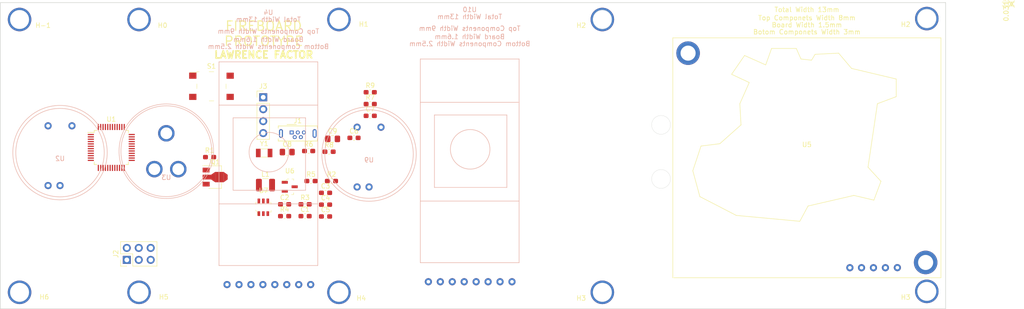
<source format=kicad_pcb>
(kicad_pcb (version 20171130) (host pcbnew 5.1.2)

  (general
    (thickness 1.6)
    (drawings 23)
    (tracks 0)
    (zones 0)
    (modules 44)
    (nets 61)
  )

  (page A4)
  (layers
    (0 F.Cu mixed)
    (31 B.Cu mixed)
    (32 B.Adhes user)
    (33 F.Adhes user)
    (34 B.Paste user)
    (35 F.Paste user)
    (36 B.SilkS user)
    (37 F.SilkS user)
    (38 B.Mask user)
    (39 F.Mask user)
    (40 Dwgs.User user)
    (41 Cmts.User user)
    (42 Eco1.User user)
    (43 Eco2.User user)
    (44 Edge.Cuts user)
    (45 Margin user)
    (46 B.CrtYd user)
    (47 F.CrtYd user)
    (48 B.Fab user)
    (49 F.Fab user)
  )

  (setup
    (last_trace_width 0.25)
    (trace_clearance 0.15)
    (zone_clearance 0.25)
    (zone_45_only no)
    (trace_min 0.2)
    (via_size 1)
    (via_drill 0.5)
    (via_min_size 0.4)
    (via_min_drill 0.3)
    (uvia_size 0.3)
    (uvia_drill 0.1)
    (uvias_allowed no)
    (uvia_min_size 0.2)
    (uvia_min_drill 0.1)
    (edge_width 0.05)
    (segment_width 0.2)
    (pcb_text_width 0.3)
    (pcb_text_size 1.5 1.5)
    (mod_edge_width 0.12)
    (mod_text_size 1 1)
    (mod_text_width 0.15)
    (pad_size 4 4)
    (pad_drill 2.5)
    (pad_to_mask_clearance 0.051)
    (solder_mask_min_width 0.25)
    (aux_axis_origin 0 0)
    (grid_origin 50.8 153.67)
    (visible_elements 7FFFFFFF)
    (pcbplotparams
      (layerselection 0x210fc_ffffffff)
      (usegerberextensions false)
      (usegerberattributes false)
      (usegerberadvancedattributes true)
      (creategerberjobfile false)
      (excludeedgelayer true)
      (linewidth 0.100000)
      (plotframeref false)
      (viasonmask false)
      (mode 1)
      (useauxorigin false)
      (hpglpennumber 1)
      (hpglpenspeed 20)
      (hpglpendiameter 15.000000)
      (psnegative false)
      (psa4output false)
      (plotreference true)
      (plotvalue true)
      (plotinvisibletext false)
      (padsonsilk false)
      (subtractmaskfromsilk false)
      (outputformat 1)
      (mirror false)
      (drillshape 0)
      (scaleselection 1)
      (outputdirectory "prototype_osh"))
  )

  (net 0 "")
  (net 1 "Net-(U1-Pad48)")
  (net 2 "Net-(U1-Pad46)")
  (net 3 "Net-(U1-Pad45)")
  (net 4 "Net-(U1-Pad41)")
  (net 5 "Net-(U1-Pad39)")
  (net 6 "Net-(U1-Pad38)")
  (net 7 "Net-(U1-Pad37)")
  (net 8 "Net-(U1-Pad26)")
  (net 9 "Net-(U1-Pad25)")
  (net 10 "Net-(U1-Pad22)")
  (net 11 "Net-(U1-Pad4)")
  (net 12 GND)
  (net 13 +5V)
  (net 14 "Net-(J1-Pad4)")
  (net 15 /TX2)
  (net 16 /RX2)
  (net 17 /TX3)
  (net 18 /RX3)
  (net 19 +12V)
  (net 20 "Net-(R4-Pad2)")
  (net 21 "Net-(Q1-Pad1)")
  (net 22 VDDANA)
  (net 23 "Net-(C4-Pad2)")
  (net 24 "Net-(C4-Pad1)")
  (net 25 XTAL0)
  (net 26 XTAL1)
  (net 27 VDDCORE)
  (net 28 D+)
  (net 29 D-)
  (net 30 SAMD_Reset)
  (net 31 MOSI)
  (net 32 SCK)
  (net 33 MISO)
  (net 34 SCL)
  (net 35 SDA)
  (net 36 /PID_on)
  (net 37 "Net-(R2-Pad2)")
  (net 38 "Net-(R9-Pad2)")
  (net 39 PA02_AIN10)
  (net 40 PA02_AIN5)
  (net 41 PA02_AIN4)
  (net 42 PA02_AIN3)
  (net 43 PA02_AIN2)
  (net 44 PA02_AIN0)
  (net 45 "Net-(U4-Pad7)")
  (net 46 "Net-(U4-Pad5)")
  (net 47 "Net-(U4-Pad4)")
  (net 48 "Net-(U4-Pad1)")
  (net 49 /RX1)
  (net 50 /TX1)
  (net 51 /RX0)
  (net 52 /TX0)
  (net 53 "Net-(U10-Pad7)")
  (net 54 "Net-(U10-Pad5)")
  (net 55 "Net-(U10-Pad4)")
  (net 56 "Net-(U10-Pad1)")
  (net 57 /PID_on1)
  (net 58 /PIDGND)
  (net 59 /RXA0)
  (net 60 /TXA0)

  (net_class Default "This is the default net class."
    (clearance 0.15)
    (trace_width 0.25)
    (via_dia 1)
    (via_drill 0.5)
    (uvia_dia 0.3)
    (uvia_drill 0.1)
    (add_net /PIDGND)
    (add_net /PID_on)
    (add_net /PID_on1)
    (add_net /RX0)
    (add_net /RX1)
    (add_net /RX2)
    (add_net /RX3)
    (add_net /RXA0)
    (add_net /TX0)
    (add_net /TX1)
    (add_net /TX2)
    (add_net /TX3)
    (add_net /TXA0)
    (add_net D+)
    (add_net D-)
    (add_net GND)
    (add_net MISO)
    (add_net MOSI)
    (add_net "Net-(C4-Pad1)")
    (add_net "Net-(C4-Pad2)")
    (add_net "Net-(J1-Pad4)")
    (add_net "Net-(Q1-Pad1)")
    (add_net "Net-(R2-Pad2)")
    (add_net "Net-(R4-Pad2)")
    (add_net "Net-(R9-Pad2)")
    (add_net "Net-(U1-Pad22)")
    (add_net "Net-(U1-Pad25)")
    (add_net "Net-(U1-Pad26)")
    (add_net "Net-(U1-Pad37)")
    (add_net "Net-(U1-Pad38)")
    (add_net "Net-(U1-Pad39)")
    (add_net "Net-(U1-Pad4)")
    (add_net "Net-(U1-Pad41)")
    (add_net "Net-(U1-Pad45)")
    (add_net "Net-(U1-Pad46)")
    (add_net "Net-(U1-Pad48)")
    (add_net "Net-(U10-Pad1)")
    (add_net "Net-(U10-Pad4)")
    (add_net "Net-(U10-Pad5)")
    (add_net "Net-(U10-Pad7)")
    (add_net "Net-(U4-Pad1)")
    (add_net "Net-(U4-Pad4)")
    (add_net "Net-(U4-Pad5)")
    (add_net "Net-(U4-Pad7)")
    (add_net PA02_AIN0)
    (add_net PA02_AIN10)
    (add_net PA02_AIN2)
    (add_net PA02_AIN3)
    (add_net PA02_AIN4)
    (add_net PA02_AIN5)
    (add_net SAMD_Reset)
    (add_net SCK)
    (add_net SCL)
    (add_net SDA)
    (add_net VDDANA)
    (add_net VDDCORE)
    (add_net XTAL0)
    (add_net XTAL1)
  )

  (net_class Power ""
    (clearance 0.2)
    (trace_width 0.35)
    (via_dia 1)
    (via_drill 0.5)
    (uvia_dia 0.3)
    (uvia_drill 0.1)
    (add_net +12V)
    (add_net +5V)
  )

  (module fireboard:4mm_hole locked (layer F.Cu) (tedit 5D161793) (tstamp 5D27731F)
    (at 247.78 91.97)
    (fp_text reference H2 (at -4.5 1.25) (layer F.SilkS)
      (effects (font (size 1 1) (thickness 0.15)))
    )
    (fp_text value 4mm_hole (at -7 -0.4) (layer F.Fab)
      (effects (font (size 1 1) (thickness 0.15)))
    )
    (pad "" thru_hole circle (at 0 0) (size 5 5) (drill 4) (layers *.Cu *.Mask))
  )

  (module fireboard:4mm_hole locked (layer F.Cu) (tedit 5D161793) (tstamp 5D24F861)
    (at 247.78 149.97)
    (fp_text reference H3 (at -4.5 1.25) (layer F.SilkS)
      (effects (font (size 1 1) (thickness 0.15)))
    )
    (fp_text value 4mm_hole (at -7 -0.4) (layer F.Fab)
      (effects (font (size 1 1) (thickness 0.15)))
    )
    (pad "" thru_hole circle (at 0 0) (size 5 5) (drill 4) (layers *.Cu *.Mask))
  )

  (module fireboard:CO (layer B.Cu) (tedit 5D139581) (tstamp 5D24DD04)
    (at 150.6 121.57 180)
    (path /5D258B3B)
    (fp_text reference U10 (at 0 31.5) (layer B.SilkS)
      (effects (font (size 1 1) (thickness 0.15)) (justify mirror))
    )
    (fp_text value CO (at 0 32.5) (layer B.Fab)
      (effects (font (size 1 1) (thickness 0.15)) (justify mirror))
    )
    (fp_circle (center -0.1 1.8) (end 4.1 1.6) (layer B.SilkS) (width 0.12))
    (fp_line (start -7.9 -6.3) (end -7.9 9.1) (layer B.SilkS) (width 0.12))
    (fp_line (start 7.5 -6.3) (end -7.9 -6.3) (layer B.SilkS) (width 0.12))
    (fp_line (start 7.5 9.1) (end 7.5 -6.3) (layer B.SilkS) (width 0.12))
    (fp_line (start -7.9 9.1) (end 7.5 9.1) (layer B.SilkS) (width 0.12))
    (fp_line (start -10.5 -9.2) (end 10.5 -9.2) (layer B.SilkS) (width 0.12))
    (fp_line (start -10.5 11.8) (end 10.5 11.8) (layer B.SilkS) (width 0.12))
    (fp_text user "Bottom Components Width 2.5mm" (at 0 24.25) (layer B.SilkS)
      (effects (font (size 1 1) (thickness 0.15)) (justify mirror))
    )
    (fp_text user "Board Width 1.6mm" (at 0 25.75) (layer B.SilkS)
      (effects (font (size 1 1) (thickness 0.15)) (justify mirror))
    )
    (fp_text user "Top Components Width 9mm" (at 0 27.5) (layer B.SilkS)
      (effects (font (size 1 1) (thickness 0.15)) (justify mirror))
    )
    (fp_line (start 10.5 -22.3) (end 10.5 21) (layer B.SilkS) (width 0.12))
    (fp_line (start -10.5 21) (end -10.5 -22.3) (layer B.SilkS) (width 0.12))
    (fp_line (start -10.5 21) (end 10.5 21) (layer B.SilkS) (width 0.12))
    (fp_text user "Total Width 13mm" (at 0 30) (layer B.SilkS)
      (effects (font (size 1 1) (thickness 0.15)) (justify mirror))
    )
    (fp_line (start -10.5 -22.3) (end 10.5 -22.3) (layer B.SilkS) (width 0.12))
    (pad 8 thru_hole circle (at 8.79 -26.352 180) (size 1.524 1.524) (drill 0.762) (layers *.Cu *.Mask)
      (net 22 VDDANA))
    (pad 7 thru_hole circle (at 6.25 -26.352 180) (size 1.524 1.524) (drill 0.762) (layers *.Cu *.Mask)
      (net 53 "Net-(U10-Pad7)"))
    (pad 6 thru_hole circle (at 3.71 -26.352 180) (size 1.524 1.524) (drill 0.762) (layers *.Cu *.Mask)
      (net 12 GND))
    (pad 5 thru_hole circle (at 1.17 -26.352 180) (size 1.524 1.524) (drill 0.762) (layers *.Cu *.Mask)
      (net 54 "Net-(U10-Pad5)"))
    (pad 4 thru_hole circle (at -1.37 -26.352 180) (size 1.524 1.524) (drill 0.762) (layers *.Cu *.Mask)
      (net 55 "Net-(U10-Pad4)"))
    (pad 3 thru_hole circle (at -3.91 -26.352 180) (size 1.524 1.524) (drill 0.762) (layers *.Cu *.Mask)
      (net 49 /RX1))
    (pad 2 thru_hole circle (at -6.45 -26.352 180) (size 1.524 1.524) (drill 0.762) (layers *.Cu *.Mask)
      (net 50 /TX1))
    (pad 1 thru_hole circle (at -8.99 -26.352 180) (size 1.524 1.524) (drill 0.762) (layers *.Cu *.Mask)
      (net 56 "Net-(U10-Pad1)"))
  )

  (module fireboard:LOX-02-S (layer B.Cu) (tedit 5D1379BC) (tstamp 5D24DCE9)
    (at 129.2 120.77)
    (path /5D254D0B)
    (fp_text reference U9 (at 0 1.27) (layer B.SilkS)
      (effects (font (size 1 1) (thickness 0.15)) (justify mirror))
    )
    (fp_text value LOX-02-S (at 0 2.54) (layer B.Fab)
      (effects (font (size 1 1) (thickness 0.15)) (justify mirror))
    )
    (fp_circle (center 0 0) (end 9.398 0.254) (layer B.SilkS) (width 0.12))
    (fp_circle (center 0 0) (end 10.029677 -0.302902) (layer B.SilkS) (width 0.12))
    (pad 4 thru_hole circle (at -2.54 7) (size 1.524 1.524) (drill 0.8) (layers *.Cu *.Mask)
      (net 52 /TX0))
    (pad 3 thru_hole circle (at 0 7) (size 1.524 1.524) (drill 0.8) (layers *.Cu *.Mask)
      (net 51 /RX0))
    (pad 2 thru_hole circle (at -2.54 -5.7) (size 1.524 1.524) (drill 0.8) (layers *.Cu *.Mask)
      (net 12 GND))
    (pad 1 thru_hole circle (at 2.54 -5.7) (size 1.524 1.524) (drill 0.8) (layers *.Cu *.Mask)
      (net 13 +5V))
  )

  (module Crystal:Crystal_SMD_3215-2Pin_3.2x1.5mm (layer F.Cu) (tedit 5A0FD1B2) (tstamp 5D205677)
    (at 106.9 120.55)
    (descr "SMD Crystal FC-135 https://support.epson.biz/td/api/doc_check.php?dl=brief_FC-135R_en.pdf")
    (tags "SMD SMT Crystal")
    (path /5D1D6999/5D735070)
    (attr smd)
    (fp_text reference Y1 (at 0 -2) (layer F.SilkS)
      (effects (font (size 1 1) (thickness 0.15)))
    )
    (fp_text value 32.86MHz (at 0 2) (layer F.Fab)
      (effects (font (size 1 1) (thickness 0.15)))
    )
    (fp_line (start 2 -1.15) (end 2 1.15) (layer F.CrtYd) (width 0.05))
    (fp_line (start -2 -1.15) (end -2 1.15) (layer F.CrtYd) (width 0.05))
    (fp_line (start -2 1.15) (end 2 1.15) (layer F.CrtYd) (width 0.05))
    (fp_line (start -1.6 0.75) (end 1.6 0.75) (layer F.Fab) (width 0.1))
    (fp_line (start -1.6 -0.75) (end 1.6 -0.75) (layer F.Fab) (width 0.1))
    (fp_line (start 1.6 -0.75) (end 1.6 0.75) (layer F.Fab) (width 0.1))
    (fp_line (start -0.675 -0.875) (end 0.675 -0.875) (layer F.SilkS) (width 0.12))
    (fp_line (start -0.675 0.875) (end 0.675 0.875) (layer F.SilkS) (width 0.12))
    (fp_line (start -1.6 -0.75) (end -1.6 0.75) (layer F.Fab) (width 0.1))
    (fp_line (start -2 -1.15) (end 2 -1.15) (layer F.CrtYd) (width 0.05))
    (fp_text user %R (at 0 -2) (layer F.Fab)
      (effects (font (size 1 1) (thickness 0.15)))
    )
    (pad 2 smd rect (at -1.25 0) (size 1 1.8) (layers F.Cu F.Paste F.Mask)
      (net 26 XTAL1))
    (pad 1 smd rect (at 1.25 0) (size 1 1.8) (layers F.Cu F.Paste F.Mask)
      (net 25 XTAL0))
    (model ${KISYS3DMOD}/Crystal.3dshapes/Crystal_SMD_3215-2Pin_3.2x1.5mm.wrl
      (at (xyz 0 0 0))
      (scale (xyz 1 1 1))
      (rotate (xyz 0 0 0))
    )
  )

  (module digikey-footprints:SOT-23-6 (layer F.Cu) (tedit 59CD696B) (tstamp 5D205666)
    (at 106.725 132.09)
    (path /5D1D4445/5D711FF2)
    (fp_text reference U7 (at 0.025 -3.55) (layer F.SilkS)
      (effects (font (size 1 1) (thickness 0.15)))
    )
    (fp_text value "AP3211 Buck" (at -0.025 3.575) (layer F.Fab)
      (effects (font (size 1 1) (thickness 0.15)))
    )
    (fp_line (start 1.525 0.875) (end 1.525 -0.875) (layer F.Fab) (width 0.1))
    (fp_line (start 1.525 -0.875) (end -1.525 -0.875) (layer F.Fab) (width 0.1))
    (fp_line (start 1.65 -1) (end 1.65 -0.65) (layer F.SilkS) (width 0.1))
    (fp_line (start 1.3 -1) (end 1.65 -1) (layer F.SilkS) (width 0.1))
    (fp_line (start 1.65 1) (end 1.3 1) (layer F.SilkS) (width 0.1))
    (fp_line (start 1.65 0.65) (end 1.65 1) (layer F.SilkS) (width 0.1))
    (fp_line (start -1.65 -1) (end -1.65 -0.65) (layer F.SilkS) (width 0.1))
    (fp_line (start -1.3 -1) (end -1.65 -1) (layer F.SilkS) (width 0.1))
    (fp_line (start -1.525 0.55) (end -1.275 0.875) (layer F.Fab) (width 0.1))
    (fp_line (start -1.525 0.55) (end -1.525 -0.875) (layer F.Fab) (width 0.1))
    (fp_line (start 1.525 0.875) (end -1.275 0.875) (layer F.Fab) (width 0.1))
    (fp_line (start -1.3 1.05) (end -1.65 0.6) (layer F.SilkS) (width 0.1))
    (fp_line (start -1.3 1.65) (end -1.3 1.05) (layer F.SilkS) (width 0.1))
    (fp_line (start -1.825 -2.1) (end 1.825 -2.1) (layer F.CrtYd) (width 0.05))
    (fp_line (start 1.825 -2.1) (end 1.825 2.1) (layer F.CrtYd) (width 0.05))
    (fp_line (start 1.825 2.1) (end -1.825 2.1) (layer F.CrtYd) (width 0.05))
    (fp_line (start -1.825 2.1) (end -1.825 -2.1) (layer F.CrtYd) (width 0.05))
    (fp_text user %R (at 0.025 0) (layer F.Fab)
      (effects (font (size 0.75 0.75) (thickness 0.075)))
    )
    (pad 6 smd rect (at -0.95 -1.35) (size 0.55 1) (layers F.Cu F.Paste F.Mask)
      (net 23 "Net-(C4-Pad2)"))
    (pad 5 smd rect (at 0 -1.35) (size 0.55 1) (layers F.Cu F.Paste F.Mask)
      (net 19 +12V))
    (pad 4 smd rect (at 0.95 -1.35) (size 0.55 1) (layers F.Cu F.Paste F.Mask)
      (net 37 "Net-(R2-Pad2)"))
    (pad 1 smd rect (at -0.95 1.35) (size 0.55 1) (layers F.Cu F.Paste F.Mask)
      (net 24 "Net-(C4-Pad1)"))
    (pad 2 smd rect (at 0 1.35) (size 0.55 1) (layers F.Cu F.Paste F.Mask)
      (net 12 GND))
    (pad 3 smd rect (at 0.95 1.35) (size 0.55 1) (layers F.Cu F.Paste F.Mask)
      (net 20 "Net-(R4-Pad2)"))
  )

  (module digikey-footprints:SOT-23-3 (layer F.Cu) (tedit 59D275F3) (tstamp 5D20564A)
    (at 112.335 127.73)
    (path /5D1D4445/5D712042)
    (fp_text reference U6 (at 0.025 -3.375) (layer F.SilkS)
      (effects (font (size 1 1) (thickness 0.15)))
    )
    (fp_text value 3.3V (at 0.025 3.25) (layer F.Fab)
      (effects (font (size 1 1) (thickness 0.15)))
    )
    (fp_line (start 0.7 1.52) (end 0.7 -1.52) (layer F.Fab) (width 0.1))
    (fp_line (start -0.7 1.52) (end 0.7 1.52) (layer F.Fab) (width 0.1))
    (fp_text user %R (at -0.125 0.15) (layer F.Fab)
      (effects (font (size 0.25 0.25) (thickness 0.05)))
    )
    (fp_line (start 0.825 -1.65) (end 0.825 -1.35) (layer F.SilkS) (width 0.1))
    (fp_line (start 0.45 -1.65) (end 0.825 -1.65) (layer F.SilkS) (width 0.1))
    (fp_line (start 0.825 1.65) (end 0.375 1.65) (layer F.SilkS) (width 0.1))
    (fp_line (start 0.825 1.35) (end 0.825 1.65) (layer F.SilkS) (width 0.1))
    (fp_line (start 0.825 1.425) (end 0.825 1.3) (layer F.SilkS) (width 0.1))
    (fp_line (start -0.825 1.65) (end -0.825 1.3) (layer F.SilkS) (width 0.1))
    (fp_line (start -0.35 1.65) (end -0.825 1.65) (layer F.SilkS) (width 0.1))
    (fp_line (start -0.425 -1.525) (end -0.7 -1.325) (layer F.Fab) (width 0.1))
    (fp_line (start -0.425 -1.525) (end 0.7 -1.525) (layer F.Fab) (width 0.1))
    (fp_line (start -0.7 -1.325) (end -0.7 1.525) (layer F.Fab) (width 0.1))
    (fp_line (start -0.825 -1.325) (end -1.6 -1.325) (layer F.SilkS) (width 0.1))
    (fp_line (start -0.825 -1.375) (end -0.825 -1.325) (layer F.SilkS) (width 0.1))
    (fp_line (start -0.45 -1.65) (end -0.825 -1.375) (layer F.SilkS) (width 0.1))
    (fp_line (start -0.175 -1.65) (end -0.45 -1.65) (layer F.SilkS) (width 0.1))
    (fp_line (start 1.825 -1.95) (end 1.825 1.95) (layer F.CrtYd) (width 0.05))
    (fp_line (start 1.825 1.95) (end -1.825 1.95) (layer F.CrtYd) (width 0.05))
    (fp_line (start -1.825 -1.95) (end -1.825 1.95) (layer F.CrtYd) (width 0.05))
    (fp_line (start -1.825 -1.95) (end 1.825 -1.95) (layer F.CrtYd) (width 0.05))
    (pad 1 smd rect (at -1.05 -0.95) (size 1.3 0.6) (layers F.Cu F.Paste F.Mask)
      (net 12 GND) (solder_mask_margin 0.07))
    (pad 2 smd rect (at -1.05 0.95) (size 1.3 0.6) (layers F.Cu F.Paste F.Mask)
      (net 13 +5V) (solder_mask_margin 0.07))
    (pad 3 smd rect (at 1.05 0) (size 1.3 0.6) (layers F.Cu F.Paste F.Mask)
      (net 22 VDDANA) (solder_mask_margin 0.07))
  )

  (module Package_QFP:TQFP-48_7x7mm_P0.5mm (layer F.Cu) (tedit 5A02F146) (tstamp 5D2055D6)
    (at 74.4 119.37)
    (descr "48 LEAD TQFP 7x7mm (see MICREL TQFP7x7-48LD-PL-1.pdf)")
    (tags "QFP 0.5")
    (path /5D1FD94E)
    (attr smd)
    (fp_text reference U1 (at 0 -6) (layer F.SilkS)
      (effects (font (size 1 1) (thickness 0.15)))
    )
    (fp_text value ATSAMD21G18A-AUT (at 0 6) (layer F.Fab)
      (effects (font (size 1 1) (thickness 0.15)))
    )
    (fp_line (start -3.625 -3.2) (end -5 -3.2) (layer F.SilkS) (width 0.15))
    (fp_line (start 3.625 -3.625) (end 3.1 -3.625) (layer F.SilkS) (width 0.15))
    (fp_line (start 3.625 3.625) (end 3.1 3.625) (layer F.SilkS) (width 0.15))
    (fp_line (start -3.625 3.625) (end -3.1 3.625) (layer F.SilkS) (width 0.15))
    (fp_line (start -3.625 -3.625) (end -3.1 -3.625) (layer F.SilkS) (width 0.15))
    (fp_line (start -3.625 3.625) (end -3.625 3.1) (layer F.SilkS) (width 0.15))
    (fp_line (start 3.625 3.625) (end 3.625 3.1) (layer F.SilkS) (width 0.15))
    (fp_line (start 3.625 -3.625) (end 3.625 -3.1) (layer F.SilkS) (width 0.15))
    (fp_line (start -3.625 -3.625) (end -3.625 -3.2) (layer F.SilkS) (width 0.15))
    (fp_line (start -5.25 5.25) (end 5.25 5.25) (layer F.CrtYd) (width 0.05))
    (fp_line (start -5.25 -5.25) (end 5.25 -5.25) (layer F.CrtYd) (width 0.05))
    (fp_line (start 5.25 -5.25) (end 5.25 5.25) (layer F.CrtYd) (width 0.05))
    (fp_line (start -5.25 -5.25) (end -5.25 5.25) (layer F.CrtYd) (width 0.05))
    (fp_line (start -3.5 -2.5) (end -2.5 -3.5) (layer F.Fab) (width 0.15))
    (fp_line (start -3.5 3.5) (end -3.5 -2.5) (layer F.Fab) (width 0.15))
    (fp_line (start 3.5 3.5) (end -3.5 3.5) (layer F.Fab) (width 0.15))
    (fp_line (start 3.5 -3.5) (end 3.5 3.5) (layer F.Fab) (width 0.15))
    (fp_line (start -2.5 -3.5) (end 3.5 -3.5) (layer F.Fab) (width 0.15))
    (fp_text user %R (at 0 0) (layer F.Fab)
      (effects (font (size 1 1) (thickness 0.15)))
    )
    (pad 48 smd rect (at -2.75 -4.35 90) (size 1.3 0.25) (layers F.Cu F.Paste F.Mask)
      (net 1 "Net-(U1-Pad48)"))
    (pad 47 smd rect (at -2.25 -4.35 90) (size 1.3 0.25) (layers F.Cu F.Paste F.Mask)
      (net 39 PA02_AIN10))
    (pad 46 smd rect (at -1.75 -4.35 90) (size 1.3 0.25) (layers F.Cu F.Paste F.Mask)
      (net 2 "Net-(U1-Pad46)"))
    (pad 45 smd rect (at -1.25 -4.35 90) (size 1.3 0.25) (layers F.Cu F.Paste F.Mask)
      (net 3 "Net-(U1-Pad45)"))
    (pad 44 smd rect (at -0.75 -4.35 90) (size 1.3 0.25) (layers F.Cu F.Paste F.Mask)
      (net 22 VDDANA))
    (pad 43 smd rect (at -0.25 -4.35 90) (size 1.3 0.25) (layers F.Cu F.Paste F.Mask)
      (net 27 VDDCORE))
    (pad 42 smd rect (at 0.25 -4.35 90) (size 1.3 0.25) (layers F.Cu F.Paste F.Mask)
      (net 12 GND))
    (pad 41 smd rect (at 0.75 -4.35 90) (size 1.3 0.25) (layers F.Cu F.Paste F.Mask)
      (net 4 "Net-(U1-Pad41)"))
    (pad 40 smd rect (at 1.25 -4.35 90) (size 1.3 0.25) (layers F.Cu F.Paste F.Mask)
      (net 30 SAMD_Reset))
    (pad 39 smd rect (at 1.75 -4.35 90) (size 1.3 0.25) (layers F.Cu F.Paste F.Mask)
      (net 5 "Net-(U1-Pad39)"))
    (pad 38 smd rect (at 2.25 -4.35 90) (size 1.3 0.25) (layers F.Cu F.Paste F.Mask)
      (net 6 "Net-(U1-Pad38)"))
    (pad 37 smd rect (at 2.75 -4.35 90) (size 1.3 0.25) (layers F.Cu F.Paste F.Mask)
      (net 7 "Net-(U1-Pad37)"))
    (pad 36 smd rect (at 4.35 -2.75) (size 1.3 0.25) (layers F.Cu F.Paste F.Mask)
      (net 22 VDDANA))
    (pad 35 smd rect (at 4.35 -2.25) (size 1.3 0.25) (layers F.Cu F.Paste F.Mask)
      (net 12 GND))
    (pad 34 smd rect (at 4.35 -1.75) (size 1.3 0.25) (layers F.Cu F.Paste F.Mask)
      (net 28 D+))
    (pad 33 smd rect (at 4.35 -1.25) (size 1.3 0.25) (layers F.Cu F.Paste F.Mask)
      (net 29 D-))
    (pad 32 smd rect (at 4.35 -0.75) (size 1.3 0.25) (layers F.Cu F.Paste F.Mask)
      (net 34 SCL))
    (pad 31 smd rect (at 4.35 -0.25) (size 1.3 0.25) (layers F.Cu F.Paste F.Mask)
      (net 35 SDA))
    (pad 30 smd rect (at 4.35 0.25) (size 1.3 0.25) (layers F.Cu F.Paste F.Mask)
      (net 18 /RX3))
    (pad 29 smd rect (at 4.35 0.75) (size 1.3 0.25) (layers F.Cu F.Paste F.Mask)
      (net 17 /TX3))
    (pad 28 smd rect (at 4.35 1.25) (size 1.3 0.25) (layers F.Cu F.Paste F.Mask)
      (net 49 /RX1))
    (pad 27 smd rect (at 4.35 1.75) (size 1.3 0.25) (layers F.Cu F.Paste F.Mask)
      (net 50 /TX1))
    (pad 26 smd rect (at 4.35 2.25) (size 1.3 0.25) (layers F.Cu F.Paste F.Mask)
      (net 8 "Net-(U1-Pad26)"))
    (pad 25 smd rect (at 4.35 2.75) (size 1.3 0.25) (layers F.Cu F.Paste F.Mask)
      (net 9 "Net-(U1-Pad25)"))
    (pad 24 smd rect (at 2.75 4.35 90) (size 1.3 0.25) (layers F.Cu F.Paste F.Mask)
      (net 16 /RX2))
    (pad 23 smd rect (at 2.25 4.35 90) (size 1.3 0.25) (layers F.Cu F.Paste F.Mask)
      (net 15 /TX2))
    (pad 22 smd rect (at 1.75 4.35 90) (size 1.3 0.25) (layers F.Cu F.Paste F.Mask)
      (net 10 "Net-(U1-Pad22)"))
    (pad 21 smd rect (at 1.25 4.35 90) (size 1.3 0.25) (layers F.Cu F.Paste F.Mask)
      (net 33 MISO))
    (pad 20 smd rect (at 0.75 4.35 90) (size 1.3 0.25) (layers F.Cu F.Paste F.Mask)
      (net 32 SCK))
    (pad 19 smd rect (at 0.25 4.35 90) (size 1.3 0.25) (layers F.Cu F.Paste F.Mask)
      (net 31 MOSI))
    (pad 18 smd rect (at -0.25 4.35 90) (size 1.3 0.25) (layers F.Cu F.Paste F.Mask)
      (net 12 GND))
    (pad 17 smd rect (at -0.75 4.35 90) (size 1.3 0.25) (layers F.Cu F.Paste F.Mask)
      (net 22 VDDANA))
    (pad 16 smd rect (at -1.25 4.35 90) (size 1.3 0.25) (layers F.Cu F.Paste F.Mask)
      (net 51 /RX0))
    (pad 15 smd rect (at -1.75 4.35 90) (size 1.3 0.25) (layers F.Cu F.Paste F.Mask)
      (net 52 /TX0))
    (pad 14 smd rect (at -2.25 4.35 90) (size 1.3 0.25) (layers F.Cu F.Paste F.Mask)
      (net 57 /PID_on1))
    (pad 13 smd rect (at -2.75 4.35 90) (size 1.3 0.25) (layers F.Cu F.Paste F.Mask)
      (net 36 /PID_on))
    (pad 12 smd rect (at -4.35 2.75) (size 1.3 0.25) (layers F.Cu F.Paste F.Mask)
      (net 59 /RXA0))
    (pad 11 smd rect (at -4.35 2.25) (size 1.3 0.25) (layers F.Cu F.Paste F.Mask)
      (net 60 /TXA0))
    (pad 10 smd rect (at -4.35 1.75) (size 1.3 0.25) (layers F.Cu F.Paste F.Mask)
      (net 40 PA02_AIN5))
    (pad 9 smd rect (at -4.35 1.25) (size 1.3 0.25) (layers F.Cu F.Paste F.Mask)
      (net 41 PA02_AIN4))
    (pad 8 smd rect (at -4.35 0.75) (size 1.3 0.25) (layers F.Cu F.Paste F.Mask)
      (net 42 PA02_AIN3))
    (pad 7 smd rect (at -4.35 0.25) (size 1.3 0.25) (layers F.Cu F.Paste F.Mask)
      (net 43 PA02_AIN2))
    (pad 6 smd rect (at -4.35 -0.25) (size 1.3 0.25) (layers F.Cu F.Paste F.Mask)
      (net 22 VDDANA))
    (pad 5 smd rect (at -4.35 -0.75) (size 1.3 0.25) (layers F.Cu F.Paste F.Mask)
      (net 12 GND))
    (pad 4 smd rect (at -4.35 -1.25) (size 1.3 0.25) (layers F.Cu F.Paste F.Mask)
      (net 11 "Net-(U1-Pad4)"))
    (pad 3 smd rect (at -4.35 -1.75) (size 1.3 0.25) (layers F.Cu F.Paste F.Mask)
      (net 44 PA02_AIN0))
    (pad 2 smd rect (at -4.35 -2.25) (size 1.3 0.25) (layers F.Cu F.Paste F.Mask)
      (net 26 XTAL1))
    (pad 1 smd rect (at -4.35 -2.75) (size 1.3 0.25) (layers F.Cu F.Paste F.Mask)
      (net 25 XTAL0))
    (model ${KISYS3DMOD}/Package_QFP.3dshapes/TQFP-48_7x7mm_P0.5mm.wrl
      (at (xyz 0 0 0))
      (scale (xyz 1 1 1))
      (rotate (xyz 0 0 0))
    )
  )

  (module digikey-footprints:Switch_Tactile_SMD_6x6mm_PTS645 (layer F.Cu) (tedit 5AF35643) (tstamp 5D20558F)
    (at 95.7 106.37)
    (descr http://www.ckswitches.com/media/1471/pts645.pdf)
    (path /5D1D6999/5D722309)
    (fp_text reference S1 (at 0 -4.27) (layer F.SilkS)
      (effects (font (size 1 1) (thickness 0.15)))
    )
    (fp_text value KS-01Q-01 (at 0 4.5) (layer F.Fab)
      (effects (font (size 1 1) (thickness 0.15)))
    )
    (fp_line (start -3 -3) (end 3 -3) (layer F.Fab) (width 0.1))
    (fp_line (start -3 3) (end 3 3) (layer F.Fab) (width 0.1))
    (fp_line (start -3 -3) (end -3 3) (layer F.Fab) (width 0.1))
    (fp_line (start 3 3) (end 3 -3) (layer F.Fab) (width 0.1))
    (fp_line (start -3.1 0) (end -3.1 -0.5) (layer F.SilkS) (width 0.1))
    (fp_line (start -3.1 0) (end -3.1 0.5) (layer F.SilkS) (width 0.1))
    (fp_line (start 3.1 0) (end 3.1 -0.5) (layer F.SilkS) (width 0.1))
    (fp_line (start 3.1 0) (end 3.1 0.5) (layer F.SilkS) (width 0.1))
    (fp_line (start 0 3.1) (end -0.5 3.1) (layer F.SilkS) (width 0.1))
    (fp_line (start 0 3.1) (end 0.5 3.1) (layer F.SilkS) (width 0.1))
    (fp_line (start 0 -3.1) (end 0.5 -3.1) (layer F.SilkS) (width 0.1))
    (fp_line (start 0 -3.1) (end -0.5 -3.1) (layer F.SilkS) (width 0.1))
    (fp_line (start -3.4 -3) (end -4.6 -3) (layer F.SilkS) (width 0.1))
    (fp_line (start -3.1 -3) (end -3.4 -3) (layer F.SilkS) (width 0.1))
    (fp_line (start -3.1 -3.1) (end -3.1 -3) (layer F.SilkS) (width 0.1))
    (fp_line (start -2.6 -3.1) (end -3.1 -3.1) (layer F.SilkS) (width 0.1))
    (fp_text user %R (at 0 0) (layer F.Fab)
      (effects (font (size 1 1) (thickness 0.15)))
    )
    (fp_line (start 5 -3.25) (end 5 3.25) (layer F.CrtYd) (width 0.05))
    (fp_line (start 5 -3.25) (end -5 -3.25) (layer F.CrtYd) (width 0.05))
    (fp_line (start 5 3.25) (end -5 3.25) (layer F.CrtYd) (width 0.05))
    (fp_line (start -5 -3.25) (end -5 3.25) (layer F.CrtYd) (width 0.05))
    (pad 4 smd rect (at 3.975 2.25) (size 1.55 1.3) (layers F.Cu F.Paste F.Mask)
      (net 12 GND))
    (pad 3 smd rect (at -3.975 2.25) (size 1.55 1.3) (layers F.Cu F.Paste F.Mask)
      (net 38 "Net-(R9-Pad2)"))
    (pad 2 smd rect (at 3.975 -2.25) (size 1.55 1.3) (layers F.Cu F.Paste F.Mask)
      (net 12 GND))
    (pad 1 smd rect (at -3.975 -2.25) (size 1.55 1.3) (layers F.Cu F.Paste F.Mask)
      (net 38 "Net-(R9-Pad2)"))
  )

  (module Resistor_SMD:R_0603_1608Metric_Pad1.05x0.95mm_HandSolder (layer F.Cu) (tedit 5B301BBD) (tstamp 5D205572)
    (at 129.45 107.63)
    (descr "Resistor SMD 0603 (1608 Metric), square (rectangular) end terminal, IPC_7351 nominal with elongated pad for handsoldering. (Body size source: http://www.tortai-tech.com/upload/download/2011102023233369053.pdf), generated with kicad-footprint-generator")
    (tags "resistor handsolder")
    (path /5D1D6999/5D7222FA)
    (attr smd)
    (fp_text reference R9 (at 0 -1.43) (layer F.SilkS)
      (effects (font (size 1 1) (thickness 0.15)))
    )
    (fp_text value 22R (at 0 1.43) (layer F.Fab)
      (effects (font (size 1 1) (thickness 0.15)))
    )
    (fp_text user %R (at 0 0) (layer F.Fab)
      (effects (font (size 0.4 0.4) (thickness 0.06)))
    )
    (fp_line (start 1.65 0.73) (end -1.65 0.73) (layer F.CrtYd) (width 0.05))
    (fp_line (start 1.65 -0.73) (end 1.65 0.73) (layer F.CrtYd) (width 0.05))
    (fp_line (start -1.65 -0.73) (end 1.65 -0.73) (layer F.CrtYd) (width 0.05))
    (fp_line (start -1.65 0.73) (end -1.65 -0.73) (layer F.CrtYd) (width 0.05))
    (fp_line (start -0.171267 0.51) (end 0.171267 0.51) (layer F.SilkS) (width 0.12))
    (fp_line (start -0.171267 -0.51) (end 0.171267 -0.51) (layer F.SilkS) (width 0.12))
    (fp_line (start 0.8 0.4) (end -0.8 0.4) (layer F.Fab) (width 0.1))
    (fp_line (start 0.8 -0.4) (end 0.8 0.4) (layer F.Fab) (width 0.1))
    (fp_line (start -0.8 -0.4) (end 0.8 -0.4) (layer F.Fab) (width 0.1))
    (fp_line (start -0.8 0.4) (end -0.8 -0.4) (layer F.Fab) (width 0.1))
    (pad 2 smd roundrect (at 0.875 0) (size 1.05 0.95) (layers F.Cu F.Paste F.Mask) (roundrect_rratio 0.25)
      (net 38 "Net-(R9-Pad2)"))
    (pad 1 smd roundrect (at -0.875 0) (size 1.05 0.95) (layers F.Cu F.Paste F.Mask) (roundrect_rratio 0.25)
      (net 30 SAMD_Reset))
    (model ${KISYS3DMOD}/Resistor_SMD.3dshapes/R_0603_1608Metric.wrl
      (at (xyz 0 0 0))
      (scale (xyz 1 1 1))
      (rotate (xyz 0 0 0))
    )
  )

  (module Resistor_SMD:R_0603_1608Metric_Pad1.05x0.95mm_HandSolder (layer F.Cu) (tedit 5B301BBD) (tstamp 5D205561)
    (at 120.7 120.28)
    (descr "Resistor SMD 0603 (1608 Metric), square (rectangular) end terminal, IPC_7351 nominal with elongated pad for handsoldering. (Body size source: http://www.tortai-tech.com/upload/download/2011102023233369053.pdf), generated with kicad-footprint-generator")
    (tags "resistor handsolder")
    (path /5D1D6999/5D7222EC)
    (attr smd)
    (fp_text reference R8 (at 0 -1.43) (layer F.SilkS)
      (effects (font (size 1 1) (thickness 0.15)))
    )
    (fp_text value 10k (at 0 1.43) (layer F.Fab)
      (effects (font (size 1 1) (thickness 0.15)))
    )
    (fp_text user %R (at 0 0) (layer F.Fab)
      (effects (font (size 0.4 0.4) (thickness 0.06)))
    )
    (fp_line (start 1.65 0.73) (end -1.65 0.73) (layer F.CrtYd) (width 0.05))
    (fp_line (start 1.65 -0.73) (end 1.65 0.73) (layer F.CrtYd) (width 0.05))
    (fp_line (start -1.65 -0.73) (end 1.65 -0.73) (layer F.CrtYd) (width 0.05))
    (fp_line (start -1.65 0.73) (end -1.65 -0.73) (layer F.CrtYd) (width 0.05))
    (fp_line (start -0.171267 0.51) (end 0.171267 0.51) (layer F.SilkS) (width 0.12))
    (fp_line (start -0.171267 -0.51) (end 0.171267 -0.51) (layer F.SilkS) (width 0.12))
    (fp_line (start 0.8 0.4) (end -0.8 0.4) (layer F.Fab) (width 0.1))
    (fp_line (start 0.8 -0.4) (end 0.8 0.4) (layer F.Fab) (width 0.1))
    (fp_line (start -0.8 -0.4) (end 0.8 -0.4) (layer F.Fab) (width 0.1))
    (fp_line (start -0.8 0.4) (end -0.8 -0.4) (layer F.Fab) (width 0.1))
    (pad 2 smd roundrect (at 0.875 0) (size 1.05 0.95) (layers F.Cu F.Paste F.Mask) (roundrect_rratio 0.25)
      (net 30 SAMD_Reset))
    (pad 1 smd roundrect (at -0.875 0) (size 1.05 0.95) (layers F.Cu F.Paste F.Mask) (roundrect_rratio 0.25)
      (net 22 VDDANA))
    (model ${KISYS3DMOD}/Resistor_SMD.3dshapes/R_0603_1608Metric.wrl
      (at (xyz 0 0 0))
      (scale (xyz 1 1 1))
      (rotate (xyz 0 0 0))
    )
  )

  (module Resistor_SMD:R_0603_1608Metric_Pad1.05x0.95mm_HandSolder (layer F.Cu) (tedit 5B301BBD) (tstamp 5D205550)
    (at 129.45 110.14)
    (descr "Resistor SMD 0603 (1608 Metric), square (rectangular) end terminal, IPC_7351 nominal with elongated pad for handsoldering. (Body size source: http://www.tortai-tech.com/upload/download/2011102023233369053.pdf), generated with kicad-footprint-generator")
    (tags "resistor handsolder")
    (path /5D1D6999/5D739C98)
    (attr smd)
    (fp_text reference R7 (at 0 -1.43) (layer F.SilkS)
      (effects (font (size 1 1) (thickness 0.15)))
    )
    (fp_text value 4.7k (at 0 1.43) (layer F.Fab)
      (effects (font (size 1 1) (thickness 0.15)))
    )
    (fp_text user %R (at 0 0) (layer F.Fab)
      (effects (font (size 0.4 0.4) (thickness 0.06)))
    )
    (fp_line (start 1.65 0.73) (end -1.65 0.73) (layer F.CrtYd) (width 0.05))
    (fp_line (start 1.65 -0.73) (end 1.65 0.73) (layer F.CrtYd) (width 0.05))
    (fp_line (start -1.65 -0.73) (end 1.65 -0.73) (layer F.CrtYd) (width 0.05))
    (fp_line (start -1.65 0.73) (end -1.65 -0.73) (layer F.CrtYd) (width 0.05))
    (fp_line (start -0.171267 0.51) (end 0.171267 0.51) (layer F.SilkS) (width 0.12))
    (fp_line (start -0.171267 -0.51) (end 0.171267 -0.51) (layer F.SilkS) (width 0.12))
    (fp_line (start 0.8 0.4) (end -0.8 0.4) (layer F.Fab) (width 0.1))
    (fp_line (start 0.8 -0.4) (end 0.8 0.4) (layer F.Fab) (width 0.1))
    (fp_line (start -0.8 -0.4) (end 0.8 -0.4) (layer F.Fab) (width 0.1))
    (fp_line (start -0.8 0.4) (end -0.8 -0.4) (layer F.Fab) (width 0.1))
    (pad 2 smd roundrect (at 0.875 0) (size 1.05 0.95) (layers F.Cu F.Paste F.Mask) (roundrect_rratio 0.25)
      (net 34 SCL))
    (pad 1 smd roundrect (at -0.875 0) (size 1.05 0.95) (layers F.Cu F.Paste F.Mask) (roundrect_rratio 0.25)
      (net 22 VDDANA))
    (model ${KISYS3DMOD}/Resistor_SMD.3dshapes/R_0603_1608Metric.wrl
      (at (xyz 0 0 0))
      (scale (xyz 1 1 1))
      (rotate (xyz 0 0 0))
    )
  )

  (module Resistor_SMD:R_0603_1608Metric_Pad1.05x0.95mm_HandSolder (layer F.Cu) (tedit 5B301BBD) (tstamp 5D20553F)
    (at 116.35 120.13)
    (descr "Resistor SMD 0603 (1608 Metric), square (rectangular) end terminal, IPC_7351 nominal with elongated pad for handsoldering. (Body size source: http://www.tortai-tech.com/upload/download/2011102023233369053.pdf), generated with kicad-footprint-generator")
    (tags "resistor handsolder")
    (path /5D1D6999/5D739C90)
    (attr smd)
    (fp_text reference R6 (at 0 -1.43) (layer F.SilkS)
      (effects (font (size 1 1) (thickness 0.15)))
    )
    (fp_text value 4.7k (at 0 1.43) (layer F.Fab)
      (effects (font (size 1 1) (thickness 0.15)))
    )
    (fp_text user %R (at 0 0) (layer F.Fab)
      (effects (font (size 0.4 0.4) (thickness 0.06)))
    )
    (fp_line (start 1.65 0.73) (end -1.65 0.73) (layer F.CrtYd) (width 0.05))
    (fp_line (start 1.65 -0.73) (end 1.65 0.73) (layer F.CrtYd) (width 0.05))
    (fp_line (start -1.65 -0.73) (end 1.65 -0.73) (layer F.CrtYd) (width 0.05))
    (fp_line (start -1.65 0.73) (end -1.65 -0.73) (layer F.CrtYd) (width 0.05))
    (fp_line (start -0.171267 0.51) (end 0.171267 0.51) (layer F.SilkS) (width 0.12))
    (fp_line (start -0.171267 -0.51) (end 0.171267 -0.51) (layer F.SilkS) (width 0.12))
    (fp_line (start 0.8 0.4) (end -0.8 0.4) (layer F.Fab) (width 0.1))
    (fp_line (start 0.8 -0.4) (end 0.8 0.4) (layer F.Fab) (width 0.1))
    (fp_line (start -0.8 -0.4) (end 0.8 -0.4) (layer F.Fab) (width 0.1))
    (fp_line (start -0.8 0.4) (end -0.8 -0.4) (layer F.Fab) (width 0.1))
    (pad 2 smd roundrect (at 0.875 0) (size 1.05 0.95) (layers F.Cu F.Paste F.Mask) (roundrect_rratio 0.25)
      (net 35 SDA))
    (pad 1 smd roundrect (at -0.875 0) (size 1.05 0.95) (layers F.Cu F.Paste F.Mask) (roundrect_rratio 0.25)
      (net 22 VDDANA))
    (model ${KISYS3DMOD}/Resistor_SMD.3dshapes/R_0603_1608Metric.wrl
      (at (xyz 0 0 0))
      (scale (xyz 1 1 1))
      (rotate (xyz 0 0 0))
    )
  )

  (module Resistor_SMD:R_0603_1608Metric_Pad1.05x0.95mm_HandSolder (layer F.Cu) (tedit 5B301BBD) (tstamp 5D20552E)
    (at 116.86 126.51)
    (descr "Resistor SMD 0603 (1608 Metric), square (rectangular) end terminal, IPC_7351 nominal with elongated pad for handsoldering. (Body size source: http://www.tortai-tech.com/upload/download/2011102023233369053.pdf), generated with kicad-footprint-generator")
    (tags "resistor handsolder")
    (path /5D1D4445/5D71200A)
    (attr smd)
    (fp_text reference R5 (at 0 -1.43) (layer F.SilkS)
      (effects (font (size 1 1) (thickness 0.15)))
    )
    (fp_text value 33k (at 0 1.43) (layer F.Fab)
      (effects (font (size 1 1) (thickness 0.15)))
    )
    (fp_text user %R (at 0 0) (layer F.Fab)
      (effects (font (size 0.4 0.4) (thickness 0.06)))
    )
    (fp_line (start 1.65 0.73) (end -1.65 0.73) (layer F.CrtYd) (width 0.05))
    (fp_line (start 1.65 -0.73) (end 1.65 0.73) (layer F.CrtYd) (width 0.05))
    (fp_line (start -1.65 -0.73) (end 1.65 -0.73) (layer F.CrtYd) (width 0.05))
    (fp_line (start -1.65 0.73) (end -1.65 -0.73) (layer F.CrtYd) (width 0.05))
    (fp_line (start -0.171267 0.51) (end 0.171267 0.51) (layer F.SilkS) (width 0.12))
    (fp_line (start -0.171267 -0.51) (end 0.171267 -0.51) (layer F.SilkS) (width 0.12))
    (fp_line (start 0.8 0.4) (end -0.8 0.4) (layer F.Fab) (width 0.1))
    (fp_line (start 0.8 -0.4) (end 0.8 0.4) (layer F.Fab) (width 0.1))
    (fp_line (start -0.8 -0.4) (end 0.8 -0.4) (layer F.Fab) (width 0.1))
    (fp_line (start -0.8 0.4) (end -0.8 -0.4) (layer F.Fab) (width 0.1))
    (pad 2 smd roundrect (at 0.875 0) (size 1.05 0.95) (layers F.Cu F.Paste F.Mask) (roundrect_rratio 0.25)
      (net 12 GND))
    (pad 1 smd roundrect (at -0.875 0) (size 1.05 0.95) (layers F.Cu F.Paste F.Mask) (roundrect_rratio 0.25)
      (net 20 "Net-(R4-Pad2)"))
    (model ${KISYS3DMOD}/Resistor_SMD.3dshapes/R_0603_1608Metric.wrl
      (at (xyz 0 0 0))
      (scale (xyz 1 1 1))
      (rotate (xyz 0 0 0))
    )
  )

  (module Resistor_SMD:R_0603_1608Metric_Pad1.05x0.95mm_HandSolder (layer F.Cu) (tedit 5B301BBD) (tstamp 5D20551D)
    (at 111.25 133.97)
    (descr "Resistor SMD 0603 (1608 Metric), square (rectangular) end terminal, IPC_7351 nominal with elongated pad for handsoldering. (Body size source: http://www.tortai-tech.com/upload/download/2011102023233369053.pdf), generated with kicad-footprint-generator")
    (tags "resistor handsolder")
    (path /5D1D4445/5D712004)
    (attr smd)
    (fp_text reference R4 (at 0 -1.43) (layer F.SilkS)
      (effects (font (size 1 1) (thickness 0.15)))
    )
    (fp_text value 47k (at 0 1.43) (layer F.Fab)
      (effects (font (size 1 1) (thickness 0.15)))
    )
    (fp_text user %R (at 0 0) (layer F.Fab)
      (effects (font (size 0.4 0.4) (thickness 0.06)))
    )
    (fp_line (start 1.65 0.73) (end -1.65 0.73) (layer F.CrtYd) (width 0.05))
    (fp_line (start 1.65 -0.73) (end 1.65 0.73) (layer F.CrtYd) (width 0.05))
    (fp_line (start -1.65 -0.73) (end 1.65 -0.73) (layer F.CrtYd) (width 0.05))
    (fp_line (start -1.65 0.73) (end -1.65 -0.73) (layer F.CrtYd) (width 0.05))
    (fp_line (start -0.171267 0.51) (end 0.171267 0.51) (layer F.SilkS) (width 0.12))
    (fp_line (start -0.171267 -0.51) (end 0.171267 -0.51) (layer F.SilkS) (width 0.12))
    (fp_line (start 0.8 0.4) (end -0.8 0.4) (layer F.Fab) (width 0.1))
    (fp_line (start 0.8 -0.4) (end 0.8 0.4) (layer F.Fab) (width 0.1))
    (fp_line (start -0.8 -0.4) (end 0.8 -0.4) (layer F.Fab) (width 0.1))
    (fp_line (start -0.8 0.4) (end -0.8 -0.4) (layer F.Fab) (width 0.1))
    (pad 2 smd roundrect (at 0.875 0) (size 1.05 0.95) (layers F.Cu F.Paste F.Mask) (roundrect_rratio 0.25)
      (net 20 "Net-(R4-Pad2)"))
    (pad 1 smd roundrect (at -0.875 0) (size 1.05 0.95) (layers F.Cu F.Paste F.Mask) (roundrect_rratio 0.25)
      (net 23 "Net-(C4-Pad2)"))
    (model ${KISYS3DMOD}/Resistor_SMD.3dshapes/R_0603_1608Metric.wrl
      (at (xyz 0 0 0))
      (scale (xyz 1 1 1))
      (rotate (xyz 0 0 0))
    )
  )

  (module Resistor_SMD:R_0603_1608Metric_Pad1.05x0.95mm_HandSolder (layer F.Cu) (tedit 5B301BBD) (tstamp 5D20550C)
    (at 115.6 131.46)
    (descr "Resistor SMD 0603 (1608 Metric), square (rectangular) end terminal, IPC_7351 nominal with elongated pad for handsoldering. (Body size source: http://www.tortai-tech.com/upload/download/2011102023233369053.pdf), generated with kicad-footprint-generator")
    (tags "resistor handsolder")
    (path /5D1D4445/5D712069)
    (attr smd)
    (fp_text reference R3 (at 0 -1.43) (layer F.SilkS)
      (effects (font (size 1 1) (thickness 0.15)))
    )
    (fp_text value 510k (at 0 1.43) (layer F.Fab)
      (effects (font (size 1 1) (thickness 0.15)))
    )
    (fp_text user %R (at 0 0) (layer F.Fab)
      (effects (font (size 0.4 0.4) (thickness 0.06)))
    )
    (fp_line (start 1.65 0.73) (end -1.65 0.73) (layer F.CrtYd) (width 0.05))
    (fp_line (start 1.65 -0.73) (end 1.65 0.73) (layer F.CrtYd) (width 0.05))
    (fp_line (start -1.65 -0.73) (end 1.65 -0.73) (layer F.CrtYd) (width 0.05))
    (fp_line (start -1.65 0.73) (end -1.65 -0.73) (layer F.CrtYd) (width 0.05))
    (fp_line (start -0.171267 0.51) (end 0.171267 0.51) (layer F.SilkS) (width 0.12))
    (fp_line (start -0.171267 -0.51) (end 0.171267 -0.51) (layer F.SilkS) (width 0.12))
    (fp_line (start 0.8 0.4) (end -0.8 0.4) (layer F.Fab) (width 0.1))
    (fp_line (start 0.8 -0.4) (end 0.8 0.4) (layer F.Fab) (width 0.1))
    (fp_line (start -0.8 -0.4) (end 0.8 -0.4) (layer F.Fab) (width 0.1))
    (fp_line (start -0.8 0.4) (end -0.8 -0.4) (layer F.Fab) (width 0.1))
    (pad 2 smd roundrect (at 0.875 0) (size 1.05 0.95) (layers F.Cu F.Paste F.Mask) (roundrect_rratio 0.25)
      (net 37 "Net-(R2-Pad2)"))
    (pad 1 smd roundrect (at -0.875 0) (size 1.05 0.95) (layers F.Cu F.Paste F.Mask) (roundrect_rratio 0.25)
      (net 19 +12V))
    (model ${KISYS3DMOD}/Resistor_SMD.3dshapes/R_0603_1608Metric.wrl
      (at (xyz 0 0 0))
      (scale (xyz 1 1 1))
      (rotate (xyz 0 0 0))
    )
  )

  (module Resistor_SMD:R_0603_1608Metric_Pad1.05x0.95mm_HandSolder (layer F.Cu) (tedit 5B301BBD) (tstamp 5D2054FB)
    (at 121.21 126.51)
    (descr "Resistor SMD 0603 (1608 Metric), square (rectangular) end terminal, IPC_7351 nominal with elongated pad for handsoldering. (Body size source: http://www.tortai-tech.com/upload/download/2011102023233369053.pdf), generated with kicad-footprint-generator")
    (tags "resistor handsolder")
    (path /5D1D4445/5D712071)
    (attr smd)
    (fp_text reference R2 (at 0 -1.43) (layer F.SilkS)
      (effects (font (size 1 1) (thickness 0.15)))
    )
    (fp_text value 200k (at 0 1.43) (layer F.Fab)
      (effects (font (size 1 1) (thickness 0.15)))
    )
    (fp_text user %R (at 0 0) (layer F.Fab)
      (effects (font (size 0.4 0.4) (thickness 0.06)))
    )
    (fp_line (start 1.65 0.73) (end -1.65 0.73) (layer F.CrtYd) (width 0.05))
    (fp_line (start 1.65 -0.73) (end 1.65 0.73) (layer F.CrtYd) (width 0.05))
    (fp_line (start -1.65 -0.73) (end 1.65 -0.73) (layer F.CrtYd) (width 0.05))
    (fp_line (start -1.65 0.73) (end -1.65 -0.73) (layer F.CrtYd) (width 0.05))
    (fp_line (start -0.171267 0.51) (end 0.171267 0.51) (layer F.SilkS) (width 0.12))
    (fp_line (start -0.171267 -0.51) (end 0.171267 -0.51) (layer F.SilkS) (width 0.12))
    (fp_line (start 0.8 0.4) (end -0.8 0.4) (layer F.Fab) (width 0.1))
    (fp_line (start 0.8 -0.4) (end 0.8 0.4) (layer F.Fab) (width 0.1))
    (fp_line (start -0.8 -0.4) (end 0.8 -0.4) (layer F.Fab) (width 0.1))
    (fp_line (start -0.8 0.4) (end -0.8 -0.4) (layer F.Fab) (width 0.1))
    (pad 2 smd roundrect (at 0.875 0) (size 1.05 0.95) (layers F.Cu F.Paste F.Mask) (roundrect_rratio 0.25)
      (net 37 "Net-(R2-Pad2)"))
    (pad 1 smd roundrect (at -0.875 0) (size 1.05 0.95) (layers F.Cu F.Paste F.Mask) (roundrect_rratio 0.25)
      (net 12 GND))
    (model ${KISYS3DMOD}/Resistor_SMD.3dshapes/R_0603_1608Metric.wrl
      (at (xyz 0 0 0))
      (scale (xyz 1 1 1))
      (rotate (xyz 0 0 0))
    )
  )

  (module Inductor_SMD:L_1210_3225Metric (layer F.Cu) (tedit 5B301BBE) (tstamp 5D2054AC)
    (at 107.18 127.36)
    (descr "Inductor SMD 1210 (3225 Metric), square (rectangular) end terminal, IPC_7351 nominal, (Body size source: http://www.tortai-tech.com/upload/download/2011102023233369053.pdf), generated with kicad-footprint-generator")
    (tags inductor)
    (path /5D1D4445/5D711FFE)
    (attr smd)
    (fp_text reference L1 (at 0 -2.28) (layer F.SilkS)
      (effects (font (size 1 1) (thickness 0.15)))
    )
    (fp_text value 4.7uH (at 0 2.28) (layer F.Fab)
      (effects (font (size 1 1) (thickness 0.15)))
    )
    (fp_text user %R (at 0 0) (layer F.Fab)
      (effects (font (size 0.8 0.8) (thickness 0.12)))
    )
    (fp_line (start 2.28 1.58) (end -2.28 1.58) (layer F.CrtYd) (width 0.05))
    (fp_line (start 2.28 -1.58) (end 2.28 1.58) (layer F.CrtYd) (width 0.05))
    (fp_line (start -2.28 -1.58) (end 2.28 -1.58) (layer F.CrtYd) (width 0.05))
    (fp_line (start -2.28 1.58) (end -2.28 -1.58) (layer F.CrtYd) (width 0.05))
    (fp_line (start -0.602064 1.36) (end 0.602064 1.36) (layer F.SilkS) (width 0.12))
    (fp_line (start -0.602064 -1.36) (end 0.602064 -1.36) (layer F.SilkS) (width 0.12))
    (fp_line (start 1.6 1.25) (end -1.6 1.25) (layer F.Fab) (width 0.1))
    (fp_line (start 1.6 -1.25) (end 1.6 1.25) (layer F.Fab) (width 0.1))
    (fp_line (start -1.6 -1.25) (end 1.6 -1.25) (layer F.Fab) (width 0.1))
    (fp_line (start -1.6 1.25) (end -1.6 -1.25) (layer F.Fab) (width 0.1))
    (pad 2 smd roundrect (at 1.4 0) (size 1.25 2.65) (layers F.Cu F.Paste F.Mask) (roundrect_rratio 0.2)
      (net 13 +5V))
    (pad 1 smd roundrect (at -1.4 0) (size 1.25 2.65) (layers F.Cu F.Paste F.Mask) (roundrect_rratio 0.2)
      (net 23 "Net-(C4-Pad2)"))
    (model ${KISYS3DMOD}/Inductor_SMD.3dshapes/L_1210_3225Metric.wrl
      (at (xyz 0 0 0))
      (scale (xyz 1 1 1))
      (rotate (xyz 0 0 0))
    )
  )

  (module Connector_PinHeader_2.54mm:PinHeader_1x04_P2.54mm_Vertical (layer F.Cu) (tedit 59FED5CC) (tstamp 5D20549B)
    (at 106.7 108.7)
    (descr "Through hole straight pin header, 1x04, 2.54mm pitch, single row")
    (tags "Through hole pin header THT 1x04 2.54mm single row")
    (path /5D1D6999/5D71BA71)
    (fp_text reference J3 (at 0 -2.33) (layer F.SilkS)
      (effects (font (size 1 1) (thickness 0.15)))
    )
    (fp_text value Link (at 0 9.95) (layer F.Fab)
      (effects (font (size 1 1) (thickness 0.15)))
    )
    (fp_text user %R (at 0 3.81 90) (layer F.Fab)
      (effects (font (size 1 1) (thickness 0.15)))
    )
    (fp_line (start 1.8 -1.8) (end -1.8 -1.8) (layer F.CrtYd) (width 0.05))
    (fp_line (start 1.8 9.4) (end 1.8 -1.8) (layer F.CrtYd) (width 0.05))
    (fp_line (start -1.8 9.4) (end 1.8 9.4) (layer F.CrtYd) (width 0.05))
    (fp_line (start -1.8 -1.8) (end -1.8 9.4) (layer F.CrtYd) (width 0.05))
    (fp_line (start -1.33 -1.33) (end 0 -1.33) (layer F.SilkS) (width 0.12))
    (fp_line (start -1.33 0) (end -1.33 -1.33) (layer F.SilkS) (width 0.12))
    (fp_line (start -1.33 1.27) (end 1.33 1.27) (layer F.SilkS) (width 0.12))
    (fp_line (start 1.33 1.27) (end 1.33 8.95) (layer F.SilkS) (width 0.12))
    (fp_line (start -1.33 1.27) (end -1.33 8.95) (layer F.SilkS) (width 0.12))
    (fp_line (start -1.33 8.95) (end 1.33 8.95) (layer F.SilkS) (width 0.12))
    (fp_line (start -1.27 -0.635) (end -0.635 -1.27) (layer F.Fab) (width 0.1))
    (fp_line (start -1.27 8.89) (end -1.27 -0.635) (layer F.Fab) (width 0.1))
    (fp_line (start 1.27 8.89) (end -1.27 8.89) (layer F.Fab) (width 0.1))
    (fp_line (start 1.27 -1.27) (end 1.27 8.89) (layer F.Fab) (width 0.1))
    (fp_line (start -0.635 -1.27) (end 1.27 -1.27) (layer F.Fab) (width 0.1))
    (pad 4 thru_hole oval (at 0 7.62) (size 1.7 1.7) (drill 1) (layers *.Cu *.Mask)
      (net 34 SCL))
    (pad 3 thru_hole oval (at 0 5.08) (size 1.7 1.7) (drill 1) (layers *.Cu *.Mask)
      (net 35 SDA))
    (pad 2 thru_hole oval (at 0 2.54) (size 1.7 1.7) (drill 1) (layers *.Cu *.Mask)
      (net 19 +12V))
    (pad 1 thru_hole rect (at 0 0) (size 1.7 1.7) (drill 1) (layers *.Cu *.Mask)
      (net 12 GND))
    (model ${KISYS3DMOD}/Connector_PinHeader_2.54mm.3dshapes/PinHeader_1x04_P2.54mm_Vertical.wrl
      (at (xyz 0 0 0))
      (scale (xyz 1 1 1))
      (rotate (xyz 0 0 0))
    )
  )

  (module Connector_PinHeader_2.54mm:PinHeader_2x03_P2.54mm_Vertical (layer F.Cu) (tedit 59FED5CC) (tstamp 5D205483)
    (at 77.7 143.27 90)
    (descr "Through hole straight pin header, 2x03, 2.54mm pitch, double rows")
    (tags "Through hole pin header THT 2x03 2.54mm double row")
    (path /5D1D6999/5D71BA8A)
    (fp_text reference J2 (at 1.27 -2.33 90) (layer F.SilkS)
      (effects (font (size 1 1) (thickness 0.15)))
    )
    (fp_text value Conn_02x03_Odd_Even (at 1.27 7.41 90) (layer F.Fab)
      (effects (font (size 1 1) (thickness 0.15)))
    )
    (fp_text user %R (at 1.27 2.54) (layer F.Fab)
      (effects (font (size 1 1) (thickness 0.15)))
    )
    (fp_line (start 4.35 -1.8) (end -1.8 -1.8) (layer F.CrtYd) (width 0.05))
    (fp_line (start 4.35 6.85) (end 4.35 -1.8) (layer F.CrtYd) (width 0.05))
    (fp_line (start -1.8 6.85) (end 4.35 6.85) (layer F.CrtYd) (width 0.05))
    (fp_line (start -1.8 -1.8) (end -1.8 6.85) (layer F.CrtYd) (width 0.05))
    (fp_line (start -1.33 -1.33) (end 0 -1.33) (layer F.SilkS) (width 0.12))
    (fp_line (start -1.33 0) (end -1.33 -1.33) (layer F.SilkS) (width 0.12))
    (fp_line (start 1.27 -1.33) (end 3.87 -1.33) (layer F.SilkS) (width 0.12))
    (fp_line (start 1.27 1.27) (end 1.27 -1.33) (layer F.SilkS) (width 0.12))
    (fp_line (start -1.33 1.27) (end 1.27 1.27) (layer F.SilkS) (width 0.12))
    (fp_line (start 3.87 -1.33) (end 3.87 6.41) (layer F.SilkS) (width 0.12))
    (fp_line (start -1.33 1.27) (end -1.33 6.41) (layer F.SilkS) (width 0.12))
    (fp_line (start -1.33 6.41) (end 3.87 6.41) (layer F.SilkS) (width 0.12))
    (fp_line (start -1.27 0) (end 0 -1.27) (layer F.Fab) (width 0.1))
    (fp_line (start -1.27 6.35) (end -1.27 0) (layer F.Fab) (width 0.1))
    (fp_line (start 3.81 6.35) (end -1.27 6.35) (layer F.Fab) (width 0.1))
    (fp_line (start 3.81 -1.27) (end 3.81 6.35) (layer F.Fab) (width 0.1))
    (fp_line (start 0 -1.27) (end 3.81 -1.27) (layer F.Fab) (width 0.1))
    (pad 6 thru_hole oval (at 2.54 5.08 90) (size 1.7 1.7) (drill 1) (layers *.Cu *.Mask)
      (net 12 GND))
    (pad 5 thru_hole oval (at 0 5.08 90) (size 1.7 1.7) (drill 1) (layers *.Cu *.Mask)
      (net 30 SAMD_Reset))
    (pad 4 thru_hole oval (at 2.54 2.54 90) (size 1.7 1.7) (drill 1) (layers *.Cu *.Mask)
      (net 31 MOSI))
    (pad 3 thru_hole oval (at 0 2.54 90) (size 1.7 1.7) (drill 1) (layers *.Cu *.Mask)
      (net 32 SCK))
    (pad 2 thru_hole oval (at 2.54 0 90) (size 1.7 1.7) (drill 1) (layers *.Cu *.Mask)
      (net 13 +5V))
    (pad 1 thru_hole rect (at 0 0 90) (size 1.7 1.7) (drill 1) (layers *.Cu *.Mask)
      (net 33 MISO))
    (model ${KISYS3DMOD}/Connector_PinHeader_2.54mm.3dshapes/PinHeader_2x03_P2.54mm_Vertical.wrl
      (at (xyz 0 0 0))
      (scale (xyz 1 1 1))
      (rotate (xyz 0 0 0))
    )
  )

  (module Connector_USB:USB_Micro-B_Wuerth_614105150721_Vertical (layer F.Cu) (tedit 5A142044) (tstamp 5D205467)
    (at 112.75 116.18)
    (descr "USB Micro-B receptacle, through-hole, vertical, http://katalog.we-online.de/em/datasheet/614105150721.pdf")
    (tags "usb micro receptacle vertical")
    (path /5D1D6999/5D7222D6)
    (fp_text reference J1 (at 1.3 -2.48) (layer F.SilkS)
      (effects (font (size 1 1) (thickness 0.15)))
    )
    (fp_text value USB_B_Micro (at 1.3 2.92) (layer F.Fab)
      (effects (font (size 1 1) (thickness 0.15)))
    )
    (fp_text user %R (at 1.3 0.22) (layer F.Fab)
      (effects (font (size 1 1) (thickness 0.15)))
    )
    (fp_line (start 5.8 -1.73) (end -3.2 -1.73) (layer F.CrtYd) (width 0.05))
    (fp_line (start 5.8 2.17) (end 5.8 -1.73) (layer F.CrtYd) (width 0.05))
    (fp_line (start -3.2 2.17) (end 5.8 2.17) (layer F.CrtYd) (width 0.05))
    (fp_line (start -3.2 -1.73) (end -3.2 2.17) (layer F.CrtYd) (width 0.05))
    (fp_line (start -1 -1.68) (end 1 -1.68) (layer F.SilkS) (width 0.15))
    (fp_line (start 5.45 1.82) (end 5.45 1.345) (layer F.SilkS) (width 0.15))
    (fp_line (start -2.85 1.82) (end 5.45 1.82) (layer F.SilkS) (width 0.15))
    (fp_line (start -2.85 1.345) (end -2.85 1.82) (layer F.SilkS) (width 0.15))
    (fp_line (start 5.45 -1.38) (end 5.45 -0.905) (layer F.SilkS) (width 0.15))
    (fp_line (start -2.85 -1.38) (end 5.45 -1.38) (layer F.SilkS) (width 0.15))
    (fp_line (start -2.85 -0.905) (end -2.85 -1.38) (layer F.SilkS) (width 0.15))
    (fp_line (start -2.7 1.67) (end -2.7 -1.23) (layer F.Fab) (width 0.15))
    (fp_line (start 5.3 1.67) (end -2.7 1.67) (layer F.Fab) (width 0.15))
    (fp_line (start 5.3 -1.23) (end 5.3 1.67) (layer F.Fab) (width 0.15))
    (fp_line (start 1 -1.23) (end 5.3 -1.23) (layer F.Fab) (width 0.15))
    (fp_line (start 0 -0.23) (end 1 -1.23) (layer F.Fab) (width 0.15))
    (fp_line (start -1 -1.23) (end 0 -0.23) (layer F.Fab) (width 0.15))
    (fp_line (start -2.7 -1.23) (end -1 -1.23) (layer F.Fab) (width 0.15))
    (pad 6 thru_hole oval (at 4.875 0.22) (size 0.85 1.85) (drill oval 0.35 1.35) (layers *.Cu *.Mask)
      (net 12 GND))
    (pad 6 thru_hole oval (at -2.275 0.22) (size 0.85 1.85) (drill oval 0.35 1.35) (layers *.Cu *.Mask)
      (net 12 GND))
    (pad 5 thru_hole circle (at 2.6 0) (size 0.84 0.84) (drill 0.44) (layers *.Cu *.Mask)
      (net 12 GND))
    (pad 4 thru_hole circle (at 1.95 1) (size 0.84 0.84) (drill 0.44) (layers *.Cu *.Mask)
      (net 14 "Net-(J1-Pad4)"))
    (pad 3 thru_hole circle (at 1.3 0) (size 0.84 0.84) (drill 0.44) (layers *.Cu *.Mask)
      (net 28 D+))
    (pad 2 thru_hole circle (at 0.65 1) (size 0.84 0.84) (drill 0.44) (layers *.Cu *.Mask)
      (net 29 D-))
    (pad 1 thru_hole rect (at 0 0) (size 0.84 0.84) (drill 0.44) (layers *.Cu *.Mask)
      (net 13 +5V))
    (model ${KISYS3DMOD}/Connector_USB.3dshapes/USB_Micro-B_Wuerth_614105150721_Vertical.wrl
      (at (xyz 0 0 0))
      (scale (xyz 1 1 1))
      (rotate (xyz 0 0 0))
    )
  )

  (module Capacitor_SMD:C_0805_2012Metric_Pad1.15x1.40mm_HandSolder (layer F.Cu) (tedit 5B36C52B) (tstamp 5D205449)
    (at 121.45 117.55)
    (descr "Capacitor SMD 0805 (2012 Metric), square (rectangular) end terminal, IPC_7351 nominal with elongated pad for handsoldering. (Body size source: https://docs.google.com/spreadsheets/d/1BsfQQcO9C6DZCsRaXUlFlo91Tg2WpOkGARC1WS5S8t0/edit?usp=sharing), generated with kicad-footprint-generator")
    (tags "capacitor handsolder")
    (path /5D1D6999/5D73509D)
    (attr smd)
    (fp_text reference C9 (at 0 -1.65) (layer F.SilkS)
      (effects (font (size 1 1) (thickness 0.15)))
    )
    (fp_text value 10uF (at 0 1.65) (layer F.Fab)
      (effects (font (size 1 1) (thickness 0.15)))
    )
    (fp_text user %R (at 0 0) (layer F.Fab)
      (effects (font (size 0.5 0.5) (thickness 0.08)))
    )
    (fp_line (start 1.85 0.95) (end -1.85 0.95) (layer F.CrtYd) (width 0.05))
    (fp_line (start 1.85 -0.95) (end 1.85 0.95) (layer F.CrtYd) (width 0.05))
    (fp_line (start -1.85 -0.95) (end 1.85 -0.95) (layer F.CrtYd) (width 0.05))
    (fp_line (start -1.85 0.95) (end -1.85 -0.95) (layer F.CrtYd) (width 0.05))
    (fp_line (start -0.261252 0.71) (end 0.261252 0.71) (layer F.SilkS) (width 0.12))
    (fp_line (start -0.261252 -0.71) (end 0.261252 -0.71) (layer F.SilkS) (width 0.12))
    (fp_line (start 1 0.6) (end -1 0.6) (layer F.Fab) (width 0.1))
    (fp_line (start 1 -0.6) (end 1 0.6) (layer F.Fab) (width 0.1))
    (fp_line (start -1 -0.6) (end 1 -0.6) (layer F.Fab) (width 0.1))
    (fp_line (start -1 0.6) (end -1 -0.6) (layer F.Fab) (width 0.1))
    (pad 2 smd roundrect (at 1.025 0) (size 1.15 1.4) (layers F.Cu F.Paste F.Mask) (roundrect_rratio 0.217391)
      (net 27 VDDCORE))
    (pad 1 smd roundrect (at -1.025 0) (size 1.15 1.4) (layers F.Cu F.Paste F.Mask) (roundrect_rratio 0.217391)
      (net 12 GND))
    (model ${KISYS3DMOD}/Capacitor_SMD.3dshapes/C_0805_2012Metric.wrl
      (at (xyz 0 0 0))
      (scale (xyz 1 1 1))
      (rotate (xyz 0 0 0))
    )
  )

  (module Capacitor_SMD:C_0805_2012Metric_Pad1.15x1.40mm_HandSolder (layer F.Cu) (tedit 5B36C52B) (tstamp 5D205438)
    (at 111.8 120.35)
    (descr "Capacitor SMD 0805 (2012 Metric), square (rectangular) end terminal, IPC_7351 nominal with elongated pad for handsoldering. (Body size source: https://docs.google.com/spreadsheets/d/1BsfQQcO9C6DZCsRaXUlFlo91Tg2WpOkGARC1WS5S8t0/edit?usp=sharing), generated with kicad-footprint-generator")
    (tags "capacitor handsolder")
    (path /5D1D6999/5D73508C)
    (attr smd)
    (fp_text reference C8 (at 0 -1.65) (layer F.SilkS)
      (effects (font (size 1 1) (thickness 0.15)))
    )
    (fp_text value 10uF (at 0 1.65) (layer F.Fab)
      (effects (font (size 1 1) (thickness 0.15)))
    )
    (fp_text user %R (at 0 0) (layer F.Fab)
      (effects (font (size 0.5 0.5) (thickness 0.08)))
    )
    (fp_line (start 1.85 0.95) (end -1.85 0.95) (layer F.CrtYd) (width 0.05))
    (fp_line (start 1.85 -0.95) (end 1.85 0.95) (layer F.CrtYd) (width 0.05))
    (fp_line (start -1.85 -0.95) (end 1.85 -0.95) (layer F.CrtYd) (width 0.05))
    (fp_line (start -1.85 0.95) (end -1.85 -0.95) (layer F.CrtYd) (width 0.05))
    (fp_line (start -0.261252 0.71) (end 0.261252 0.71) (layer F.SilkS) (width 0.12))
    (fp_line (start -0.261252 -0.71) (end 0.261252 -0.71) (layer F.SilkS) (width 0.12))
    (fp_line (start 1 0.6) (end -1 0.6) (layer F.Fab) (width 0.1))
    (fp_line (start 1 -0.6) (end 1 0.6) (layer F.Fab) (width 0.1))
    (fp_line (start -1 -0.6) (end 1 -0.6) (layer F.Fab) (width 0.1))
    (fp_line (start -1 0.6) (end -1 -0.6) (layer F.Fab) (width 0.1))
    (pad 2 smd roundrect (at 1.025 0) (size 1.15 1.4) (layers F.Cu F.Paste F.Mask) (roundrect_rratio 0.217391)
      (net 22 VDDANA))
    (pad 1 smd roundrect (at -1.025 0) (size 1.15 1.4) (layers F.Cu F.Paste F.Mask) (roundrect_rratio 0.217391)
      (net 12 GND))
    (model ${KISYS3DMOD}/Capacitor_SMD.3dshapes/C_0805_2012Metric.wrl
      (at (xyz 0 0 0))
      (scale (xyz 1 1 1))
      (rotate (xyz 0 0 0))
    )
  )

  (module Capacitor_SMD:C_0603_1608Metric_Pad1.05x0.95mm_HandSolder (layer F.Cu) (tedit 5B301BBE) (tstamp 5D205427)
    (at 129.45 112.65)
    (descr "Capacitor SMD 0603 (1608 Metric), square (rectangular) end terminal, IPC_7351 nominal with elongated pad for handsoldering. (Body size source: http://www.tortai-tech.com/upload/download/2011102023233369053.pdf), generated with kicad-footprint-generator")
    (tags "capacitor handsolder")
    (path /5D1D6999/5D735064)
    (attr smd)
    (fp_text reference C7 (at 0 -1.43) (layer F.SilkS)
      (effects (font (size 1 1) (thickness 0.15)))
    )
    (fp_text value 12.5pF (at 0 1.43) (layer F.Fab)
      (effects (font (size 1 1) (thickness 0.15)))
    )
    (fp_text user %R (at 0 0) (layer F.Fab)
      (effects (font (size 0.4 0.4) (thickness 0.06)))
    )
    (fp_line (start 1.65 0.73) (end -1.65 0.73) (layer F.CrtYd) (width 0.05))
    (fp_line (start 1.65 -0.73) (end 1.65 0.73) (layer F.CrtYd) (width 0.05))
    (fp_line (start -1.65 -0.73) (end 1.65 -0.73) (layer F.CrtYd) (width 0.05))
    (fp_line (start -1.65 0.73) (end -1.65 -0.73) (layer F.CrtYd) (width 0.05))
    (fp_line (start -0.171267 0.51) (end 0.171267 0.51) (layer F.SilkS) (width 0.12))
    (fp_line (start -0.171267 -0.51) (end 0.171267 -0.51) (layer F.SilkS) (width 0.12))
    (fp_line (start 0.8 0.4) (end -0.8 0.4) (layer F.Fab) (width 0.1))
    (fp_line (start 0.8 -0.4) (end 0.8 0.4) (layer F.Fab) (width 0.1))
    (fp_line (start -0.8 -0.4) (end 0.8 -0.4) (layer F.Fab) (width 0.1))
    (fp_line (start -0.8 0.4) (end -0.8 -0.4) (layer F.Fab) (width 0.1))
    (pad 2 smd roundrect (at 0.875 0) (size 1.05 0.95) (layers F.Cu F.Paste F.Mask) (roundrect_rratio 0.25)
      (net 12 GND))
    (pad 1 smd roundrect (at -0.875 0) (size 1.05 0.95) (layers F.Cu F.Paste F.Mask) (roundrect_rratio 0.25)
      (net 26 XTAL1))
    (model ${KISYS3DMOD}/Capacitor_SMD.3dshapes/C_0603_1608Metric.wrl
      (at (xyz 0 0 0))
      (scale (xyz 1 1 1))
      (rotate (xyz 0 0 0))
    )
  )

  (module Capacitor_SMD:C_0603_1608Metric_Pad1.05x0.95mm_HandSolder (layer F.Cu) (tedit 5B301BBE) (tstamp 5D205416)
    (at 126 117.33)
    (descr "Capacitor SMD 0603 (1608 Metric), square (rectangular) end terminal, IPC_7351 nominal with elongated pad for handsoldering. (Body size source: http://www.tortai-tech.com/upload/download/2011102023233369053.pdf), generated with kicad-footprint-generator")
    (tags "capacitor handsolder")
    (path /5D1D6999/5D73506A)
    (attr smd)
    (fp_text reference C6 (at 0 -1.43) (layer F.SilkS)
      (effects (font (size 1 1) (thickness 0.15)))
    )
    (fp_text value 12.5pF (at 0 1.43) (layer F.Fab)
      (effects (font (size 1 1) (thickness 0.15)))
    )
    (fp_text user %R (at 0 0) (layer F.Fab)
      (effects (font (size 0.4 0.4) (thickness 0.06)))
    )
    (fp_line (start 1.65 0.73) (end -1.65 0.73) (layer F.CrtYd) (width 0.05))
    (fp_line (start 1.65 -0.73) (end 1.65 0.73) (layer F.CrtYd) (width 0.05))
    (fp_line (start -1.65 -0.73) (end 1.65 -0.73) (layer F.CrtYd) (width 0.05))
    (fp_line (start -1.65 0.73) (end -1.65 -0.73) (layer F.CrtYd) (width 0.05))
    (fp_line (start -0.171267 0.51) (end 0.171267 0.51) (layer F.SilkS) (width 0.12))
    (fp_line (start -0.171267 -0.51) (end 0.171267 -0.51) (layer F.SilkS) (width 0.12))
    (fp_line (start 0.8 0.4) (end -0.8 0.4) (layer F.Fab) (width 0.1))
    (fp_line (start 0.8 -0.4) (end 0.8 0.4) (layer F.Fab) (width 0.1))
    (fp_line (start -0.8 -0.4) (end 0.8 -0.4) (layer F.Fab) (width 0.1))
    (fp_line (start -0.8 0.4) (end -0.8 -0.4) (layer F.Fab) (width 0.1))
    (pad 2 smd roundrect (at 0.875 0) (size 1.05 0.95) (layers F.Cu F.Paste F.Mask) (roundrect_rratio 0.25)
      (net 12 GND))
    (pad 1 smd roundrect (at -0.875 0) (size 1.05 0.95) (layers F.Cu F.Paste F.Mask) (roundrect_rratio 0.25)
      (net 25 XTAL0))
    (model ${KISYS3DMOD}/Capacitor_SMD.3dshapes/C_0603_1608Metric.wrl
      (at (xyz 0 0 0))
      (scale (xyz 1 1 1))
      (rotate (xyz 0 0 0))
    )
  )

  (module Capacitor_SMD:C_0603_1608Metric_Pad1.05x0.95mm_HandSolder (layer F.Cu) (tedit 5B301BBE) (tstamp 5D205405)
    (at 119.95 134.04)
    (descr "Capacitor SMD 0603 (1608 Metric), square (rectangular) end terminal, IPC_7351 nominal with elongated pad for handsoldering. (Body size source: http://www.tortai-tech.com/upload/download/2011102023233369053.pdf), generated with kicad-footprint-generator")
    (tags "capacitor handsolder")
    (path /5D1D4445/5D712010)
    (attr smd)
    (fp_text reference C5 (at 0 -1.43) (layer F.SilkS)
      (effects (font (size 1 1) (thickness 0.15)))
    )
    (fp_text value "22uF 5V" (at 0 1.43) (layer F.Fab)
      (effects (font (size 1 1) (thickness 0.15)))
    )
    (fp_text user %R (at 0 0) (layer F.Fab)
      (effects (font (size 0.4 0.4) (thickness 0.06)))
    )
    (fp_line (start 1.65 0.73) (end -1.65 0.73) (layer F.CrtYd) (width 0.05))
    (fp_line (start 1.65 -0.73) (end 1.65 0.73) (layer F.CrtYd) (width 0.05))
    (fp_line (start -1.65 -0.73) (end 1.65 -0.73) (layer F.CrtYd) (width 0.05))
    (fp_line (start -1.65 0.73) (end -1.65 -0.73) (layer F.CrtYd) (width 0.05))
    (fp_line (start -0.171267 0.51) (end 0.171267 0.51) (layer F.SilkS) (width 0.12))
    (fp_line (start -0.171267 -0.51) (end 0.171267 -0.51) (layer F.SilkS) (width 0.12))
    (fp_line (start 0.8 0.4) (end -0.8 0.4) (layer F.Fab) (width 0.1))
    (fp_line (start 0.8 -0.4) (end 0.8 0.4) (layer F.Fab) (width 0.1))
    (fp_line (start -0.8 -0.4) (end 0.8 -0.4) (layer F.Fab) (width 0.1))
    (fp_line (start -0.8 0.4) (end -0.8 -0.4) (layer F.Fab) (width 0.1))
    (pad 2 smd roundrect (at 0.875 0) (size 1.05 0.95) (layers F.Cu F.Paste F.Mask) (roundrect_rratio 0.25)
      (net 12 GND))
    (pad 1 smd roundrect (at -0.875 0) (size 1.05 0.95) (layers F.Cu F.Paste F.Mask) (roundrect_rratio 0.25)
      (net 13 +5V))
    (model ${KISYS3DMOD}/Capacitor_SMD.3dshapes/C_0603_1608Metric.wrl
      (at (xyz 0 0 0))
      (scale (xyz 1 1 1))
      (rotate (xyz 0 0 0))
    )
  )

  (module Capacitor_SMD:C_0603_1608Metric_Pad1.05x0.95mm_HandSolder (layer F.Cu) (tedit 5B301BBE) (tstamp 5D2053F4)
    (at 119.95 131.53)
    (descr "Capacitor SMD 0603 (1608 Metric), square (rectangular) end terminal, IPC_7351 nominal with elongated pad for handsoldering. (Body size source: http://www.tortai-tech.com/upload/download/2011102023233369053.pdf), generated with kicad-footprint-generator")
    (tags "capacitor handsolder")
    (path /5D1D4445/5D711FF8)
    (attr smd)
    (fp_text reference C4 (at 0 -1.43) (layer F.SilkS)
      (effects (font (size 1 1) (thickness 0.15)))
    )
    (fp_text value "10nF 5V" (at 0 1.43) (layer F.Fab)
      (effects (font (size 1 1) (thickness 0.15)))
    )
    (fp_text user %R (at 0 0) (layer F.Fab)
      (effects (font (size 0.4 0.4) (thickness 0.06)))
    )
    (fp_line (start 1.65 0.73) (end -1.65 0.73) (layer F.CrtYd) (width 0.05))
    (fp_line (start 1.65 -0.73) (end 1.65 0.73) (layer F.CrtYd) (width 0.05))
    (fp_line (start -1.65 -0.73) (end 1.65 -0.73) (layer F.CrtYd) (width 0.05))
    (fp_line (start -1.65 0.73) (end -1.65 -0.73) (layer F.CrtYd) (width 0.05))
    (fp_line (start -0.171267 0.51) (end 0.171267 0.51) (layer F.SilkS) (width 0.12))
    (fp_line (start -0.171267 -0.51) (end 0.171267 -0.51) (layer F.SilkS) (width 0.12))
    (fp_line (start 0.8 0.4) (end -0.8 0.4) (layer F.Fab) (width 0.1))
    (fp_line (start 0.8 -0.4) (end 0.8 0.4) (layer F.Fab) (width 0.1))
    (fp_line (start -0.8 -0.4) (end 0.8 -0.4) (layer F.Fab) (width 0.1))
    (fp_line (start -0.8 0.4) (end -0.8 -0.4) (layer F.Fab) (width 0.1))
    (pad 2 smd roundrect (at 0.875 0) (size 1.05 0.95) (layers F.Cu F.Paste F.Mask) (roundrect_rratio 0.25)
      (net 23 "Net-(C4-Pad2)"))
    (pad 1 smd roundrect (at -0.875 0) (size 1.05 0.95) (layers F.Cu F.Paste F.Mask) (roundrect_rratio 0.25)
      (net 24 "Net-(C4-Pad1)"))
    (model ${KISYS3DMOD}/Capacitor_SMD.3dshapes/C_0603_1608Metric.wrl
      (at (xyz 0 0 0))
      (scale (xyz 1 1 1))
      (rotate (xyz 0 0 0))
    )
  )

  (module Capacitor_SMD:C_0603_1608Metric_Pad1.05x0.95mm_HandSolder (layer F.Cu) (tedit 5B301BBE) (tstamp 5D2053E3)
    (at 119.95 129.02)
    (descr "Capacitor SMD 0603 (1608 Metric), square (rectangular) end terminal, IPC_7351 nominal with elongated pad for handsoldering. (Body size source: http://www.tortai-tech.com/upload/download/2011102023233369053.pdf), generated with kicad-footprint-generator")
    (tags "capacitor handsolder")
    (path /5D1D4445/5D712058)
    (attr smd)
    (fp_text reference C3 (at 0 -1.43) (layer F.SilkS)
      (effects (font (size 1 1) (thickness 0.15)))
    )
    (fp_text value "1uF 3.3V" (at 0 1.43) (layer F.Fab)
      (effects (font (size 1 1) (thickness 0.15)))
    )
    (fp_text user %R (at 0 0) (layer F.Fab)
      (effects (font (size 0.4 0.4) (thickness 0.06)))
    )
    (fp_line (start 1.65 0.73) (end -1.65 0.73) (layer F.CrtYd) (width 0.05))
    (fp_line (start 1.65 -0.73) (end 1.65 0.73) (layer F.CrtYd) (width 0.05))
    (fp_line (start -1.65 -0.73) (end 1.65 -0.73) (layer F.CrtYd) (width 0.05))
    (fp_line (start -1.65 0.73) (end -1.65 -0.73) (layer F.CrtYd) (width 0.05))
    (fp_line (start -0.171267 0.51) (end 0.171267 0.51) (layer F.SilkS) (width 0.12))
    (fp_line (start -0.171267 -0.51) (end 0.171267 -0.51) (layer F.SilkS) (width 0.12))
    (fp_line (start 0.8 0.4) (end -0.8 0.4) (layer F.Fab) (width 0.1))
    (fp_line (start 0.8 -0.4) (end 0.8 0.4) (layer F.Fab) (width 0.1))
    (fp_line (start -0.8 -0.4) (end 0.8 -0.4) (layer F.Fab) (width 0.1))
    (fp_line (start -0.8 0.4) (end -0.8 -0.4) (layer F.Fab) (width 0.1))
    (pad 2 smd roundrect (at 0.875 0) (size 1.05 0.95) (layers F.Cu F.Paste F.Mask) (roundrect_rratio 0.25)
      (net 12 GND))
    (pad 1 smd roundrect (at -0.875 0) (size 1.05 0.95) (layers F.Cu F.Paste F.Mask) (roundrect_rratio 0.25)
      (net 22 VDDANA))
    (model ${KISYS3DMOD}/Capacitor_SMD.3dshapes/C_0603_1608Metric.wrl
      (at (xyz 0 0 0))
      (scale (xyz 1 1 1))
      (rotate (xyz 0 0 0))
    )
  )

  (module Capacitor_SMD:C_0603_1608Metric_Pad1.05x0.95mm_HandSolder (layer F.Cu) (tedit 5B301BBE) (tstamp 5D2053D2)
    (at 111.25 131.46)
    (descr "Capacitor SMD 0603 (1608 Metric), square (rectangular) end terminal, IPC_7351 nominal with elongated pad for handsoldering. (Body size source: http://www.tortai-tech.com/upload/download/2011102023233369053.pdf), generated with kicad-footprint-generator")
    (tags "capacitor handsolder")
    (path /5D1D4445/5D712031)
    (attr smd)
    (fp_text reference C2 (at 0 -1.43) (layer F.SilkS)
      (effects (font (size 1 1) (thickness 0.15)))
    )
    (fp_text value "10uF 12V" (at 0 1.43) (layer F.Fab)
      (effects (font (size 1 1) (thickness 0.15)))
    )
    (fp_text user %R (at 0 0) (layer F.Fab)
      (effects (font (size 0.4 0.4) (thickness 0.06)))
    )
    (fp_line (start 1.65 0.73) (end -1.65 0.73) (layer F.CrtYd) (width 0.05))
    (fp_line (start 1.65 -0.73) (end 1.65 0.73) (layer F.CrtYd) (width 0.05))
    (fp_line (start -1.65 -0.73) (end 1.65 -0.73) (layer F.CrtYd) (width 0.05))
    (fp_line (start -1.65 0.73) (end -1.65 -0.73) (layer F.CrtYd) (width 0.05))
    (fp_line (start -0.171267 0.51) (end 0.171267 0.51) (layer F.SilkS) (width 0.12))
    (fp_line (start -0.171267 -0.51) (end 0.171267 -0.51) (layer F.SilkS) (width 0.12))
    (fp_line (start 0.8 0.4) (end -0.8 0.4) (layer F.Fab) (width 0.1))
    (fp_line (start 0.8 -0.4) (end 0.8 0.4) (layer F.Fab) (width 0.1))
    (fp_line (start -0.8 -0.4) (end 0.8 -0.4) (layer F.Fab) (width 0.1))
    (fp_line (start -0.8 0.4) (end -0.8 -0.4) (layer F.Fab) (width 0.1))
    (pad 2 smd roundrect (at 0.875 0) (size 1.05 0.95) (layers F.Cu F.Paste F.Mask) (roundrect_rratio 0.25)
      (net 12 GND))
    (pad 1 smd roundrect (at -0.875 0) (size 1.05 0.95) (layers F.Cu F.Paste F.Mask) (roundrect_rratio 0.25)
      (net 19 +12V))
    (model ${KISYS3DMOD}/Capacitor_SMD.3dshapes/C_0603_1608Metric.wrl
      (at (xyz 0 0 0))
      (scale (xyz 1 1 1))
      (rotate (xyz 0 0 0))
    )
  )

  (module Capacitor_SMD:C_0603_1608Metric_Pad1.05x0.95mm_HandSolder (layer F.Cu) (tedit 5B301BBE) (tstamp 5D2053C1)
    (at 115.6 133.97)
    (descr "Capacitor SMD 0603 (1608 Metric), square (rectangular) end terminal, IPC_7351 nominal with elongated pad for handsoldering. (Body size source: http://www.tortai-tech.com/upload/download/2011102023233369053.pdf), generated with kicad-footprint-generator")
    (tags "capacitor handsolder")
    (path /5D1D4445/5D712062)
    (attr smd)
    (fp_text reference C1 (at 0 -1.43) (layer F.SilkS)
      (effects (font (size 1 1) (thickness 0.15)))
    )
    (fp_text value "1uF 5V" (at 0 1.43) (layer F.Fab)
      (effects (font (size 1 1) (thickness 0.15)))
    )
    (fp_text user %R (at 0 0) (layer F.Fab)
      (effects (font (size 0.4 0.4) (thickness 0.06)))
    )
    (fp_line (start 1.65 0.73) (end -1.65 0.73) (layer F.CrtYd) (width 0.05))
    (fp_line (start 1.65 -0.73) (end 1.65 0.73) (layer F.CrtYd) (width 0.05))
    (fp_line (start -1.65 -0.73) (end 1.65 -0.73) (layer F.CrtYd) (width 0.05))
    (fp_line (start -1.65 0.73) (end -1.65 -0.73) (layer F.CrtYd) (width 0.05))
    (fp_line (start -0.171267 0.51) (end 0.171267 0.51) (layer F.SilkS) (width 0.12))
    (fp_line (start -0.171267 -0.51) (end 0.171267 -0.51) (layer F.SilkS) (width 0.12))
    (fp_line (start 0.8 0.4) (end -0.8 0.4) (layer F.Fab) (width 0.1))
    (fp_line (start 0.8 -0.4) (end 0.8 0.4) (layer F.Fab) (width 0.1))
    (fp_line (start -0.8 -0.4) (end 0.8 -0.4) (layer F.Fab) (width 0.1))
    (fp_line (start -0.8 0.4) (end -0.8 -0.4) (layer F.Fab) (width 0.1))
    (pad 2 smd roundrect (at 0.875 0) (size 1.05 0.95) (layers F.Cu F.Paste F.Mask) (roundrect_rratio 0.25)
      (net 12 GND))
    (pad 1 smd roundrect (at -0.875 0) (size 1.05 0.95) (layers F.Cu F.Paste F.Mask) (roundrect_rratio 0.25)
      (net 13 +5V))
    (model ${KISYS3DMOD}/Capacitor_SMD.3dshapes/C_0603_1608Metric.wrl
      (at (xyz 0 0 0))
      (scale (xyz 1 1 1))
      (rotate (xyz 0 0 0))
    )
  )

  (module fireboard:4mm_hole locked (layer F.Cu) (tedit 5D161793) (tstamp 5D1ADC50)
    (at 54.9 150.17)
    (fp_text reference H6 (at 5.25 1) (layer F.SilkS)
      (effects (font (size 1 1) (thickness 0.15)))
    )
    (fp_text value 4mm_hole (at 7.5 -0.9) (layer F.Fab)
      (effects (font (size 1 1) (thickness 0.15)))
    )
    (pad "" thru_hole circle (at 0 0) (size 5 5) (drill 4) (layers *.Cu *.Mask))
  )

  (module fireboard:4mm_hole locked (layer F.Cu) (tedit 5D161793) (tstamp 5D1ADBEB)
    (at 54.9 92.17)
    (fp_text reference H-1 (at 5 1.25) (layer F.SilkS)
      (effects (font (size 1 1) (thickness 0.15)))
    )
    (fp_text value 4mm_hole (at 6.5 -0.9) (layer F.Fab)
      (effects (font (size 1 1) (thickness 0.15)))
    )
    (pad "" thru_hole circle (at 0 0) (size 5 5) (drill 4) (layers *.Cu *.Mask))
  )

  (module Resistor_SMD:R_0603_1608Metric_Pad1.05x0.95mm_HandSolder (layer F.Cu) (tedit 5B301BBD) (tstamp 5D1AD7D7)
    (at 95.3 121.42)
    (descr "Resistor SMD 0603 (1608 Metric), square (rectangular) end terminal, IPC_7351 nominal with elongated pad for handsoldering. (Body size source: http://www.tortai-tech.com/upload/download/2011102023233369053.pdf), generated with kicad-footprint-generator")
    (tags "resistor handsolder")
    (path /5D1C3AC4)
    (attr smd)
    (fp_text reference R1 (at 0 -1.43) (layer F.SilkS)
      (effects (font (size 1 1) (thickness 0.15)))
    )
    (fp_text value 330R (at 0 1.43) (layer F.Fab)
      (effects (font (size 1 1) (thickness 0.15)))
    )
    (fp_text user %R (at 0 0) (layer F.Fab)
      (effects (font (size 0.4 0.4) (thickness 0.06)))
    )
    (fp_line (start 1.65 0.73) (end -1.65 0.73) (layer F.CrtYd) (width 0.05))
    (fp_line (start 1.65 -0.73) (end 1.65 0.73) (layer F.CrtYd) (width 0.05))
    (fp_line (start -1.65 -0.73) (end 1.65 -0.73) (layer F.CrtYd) (width 0.05))
    (fp_line (start -1.65 0.73) (end -1.65 -0.73) (layer F.CrtYd) (width 0.05))
    (fp_line (start -0.171267 0.51) (end 0.171267 0.51) (layer F.SilkS) (width 0.12))
    (fp_line (start -0.171267 -0.51) (end 0.171267 -0.51) (layer F.SilkS) (width 0.12))
    (fp_line (start 0.8 0.4) (end -0.8 0.4) (layer F.Fab) (width 0.1))
    (fp_line (start 0.8 -0.4) (end 0.8 0.4) (layer F.Fab) (width 0.1))
    (fp_line (start -0.8 -0.4) (end 0.8 -0.4) (layer F.Fab) (width 0.1))
    (fp_line (start -0.8 0.4) (end -0.8 -0.4) (layer F.Fab) (width 0.1))
    (pad 2 smd roundrect (at 0.875 0) (size 1.05 0.95) (layers F.Cu F.Paste F.Mask) (roundrect_rratio 0.25)
      (net 36 /PID_on))
    (pad 1 smd roundrect (at -0.875 0) (size 1.05 0.95) (layers F.Cu F.Paste F.Mask) (roundrect_rratio 0.25)
      (net 21 "Net-(Q1-Pad1)"))
    (model ${KISYS3DMOD}/Resistor_SMD.3dshapes/R_0603_1608Metric.wrl
      (at (xyz 0 0 0))
      (scale (xyz 1 1 1))
      (rotate (xyz 0 0 0))
    )
  )

  (module Package_TO_SOT_SMD:SOT-89-3 (layer F.Cu) (tedit 5A02FF57) (tstamp 5D1ACD2F)
    (at 96.05 125.67)
    (descr SOT-89-3)
    (tags SOT-89-3)
    (path /5D1BC8FB)
    (attr smd)
    (fp_text reference Q1 (at 0.45 -3.2) (layer F.SilkS)
      (effects (font (size 1 1) (thickness 0.15)))
    )
    (fp_text value Q_NPN_BCE (at 0.45 3.25) (layer F.Fab)
      (effects (font (size 1 1) (thickness 0.15)))
    )
    (fp_line (start -2.48 2.55) (end -2.48 -2.55) (layer F.CrtYd) (width 0.05))
    (fp_line (start -2.48 2.55) (end 3.23 2.55) (layer F.CrtYd) (width 0.05))
    (fp_line (start 3.23 -2.55) (end -2.48 -2.55) (layer F.CrtYd) (width 0.05))
    (fp_line (start 3.23 -2.55) (end 3.23 2.55) (layer F.CrtYd) (width 0.05))
    (fp_line (start -0.13 -2.3) (end 1.68 -2.3) (layer F.Fab) (width 0.1))
    (fp_line (start -0.92 2.3) (end -0.92 -1.51) (layer F.Fab) (width 0.1))
    (fp_line (start 1.68 2.3) (end -0.92 2.3) (layer F.Fab) (width 0.1))
    (fp_line (start 1.68 -2.3) (end 1.68 2.3) (layer F.Fab) (width 0.1))
    (fp_line (start -0.92 -1.51) (end -0.13 -2.3) (layer F.Fab) (width 0.1))
    (fp_line (start 1.78 -2.4) (end 1.78 -1.2) (layer F.SilkS) (width 0.12))
    (fp_line (start -2.22 -2.4) (end 1.78 -2.4) (layer F.SilkS) (width 0.12))
    (fp_line (start 1.78 2.4) (end -0.92 2.4) (layer F.SilkS) (width 0.12))
    (fp_line (start 1.78 1.2) (end 1.78 2.4) (layer F.SilkS) (width 0.12))
    (fp_text user %R (at 0.38 0 90) (layer F.Fab)
      (effects (font (size 0.6 0.6) (thickness 0.09)))
    )
    (pad 2 smd trapezoid (at -0.0762 0 90) (size 1.5 1) (rect_delta 0 0.7 ) (layers F.Cu F.Paste F.Mask)
      (net 58 /PIDGND))
    (pad 2 smd rect (at 1.3335 0 270) (size 2.2 1.84) (layers F.Cu F.Paste F.Mask)
      (net 58 /PIDGND))
    (pad 3 smd rect (at -1.48 1.5 270) (size 1 1.5) (layers F.Cu F.Paste F.Mask)
      (net 12 GND))
    (pad 2 smd rect (at -1.3335 0 270) (size 1 1.8) (layers F.Cu F.Paste F.Mask)
      (net 58 /PIDGND))
    (pad 1 smd rect (at -1.48 -1.5 270) (size 1 1.5) (layers F.Cu F.Paste F.Mask)
      (net 21 "Net-(Q1-Pad1)"))
    (pad 2 smd trapezoid (at 2.667 0 270) (size 1.6 0.85) (rect_delta 0 0.6 ) (layers F.Cu F.Paste F.Mask)
      (net 58 /PIDGND))
    (model ${KISYS3DMOD}/Package_TO_SOT_SMD.3dshapes/SOT-89-3.wrl
      (at (xyz 0 0 0))
      (scale (xyz 1 1 1))
      (rotate (xyz 0 0 0))
    )
  )

  (module fireboard:CO (layer B.Cu) (tedit 5D139581) (tstamp 5D178208)
    (at 107.8 122.17 180)
    (path /5D37D3AF)
    (fp_text reference U4 (at 0 31.5) (layer B.SilkS)
      (effects (font (size 1 1) (thickness 0.15)) (justify mirror))
    )
    (fp_text value CO (at 0 32.5) (layer B.Fab)
      (effects (font (size 1 1) (thickness 0.15)) (justify mirror))
    )
    (fp_circle (center -0.1 1.8) (end 4.1 1.6) (layer B.SilkS) (width 0.12))
    (fp_line (start -7.9 -6.3) (end -7.9 9.1) (layer B.SilkS) (width 0.12))
    (fp_line (start 7.5 -6.3) (end -7.9 -6.3) (layer B.SilkS) (width 0.12))
    (fp_line (start 7.5 9.1) (end 7.5 -6.3) (layer B.SilkS) (width 0.12))
    (fp_line (start -7.9 9.1) (end 7.5 9.1) (layer B.SilkS) (width 0.12))
    (fp_line (start -10.5 -9.2) (end 10.5 -9.2) (layer B.SilkS) (width 0.12))
    (fp_line (start -10.5 11.8) (end 10.5 11.8) (layer B.SilkS) (width 0.12))
    (fp_text user "Bottom Components Width 2.5mm" (at 0 24.25) (layer B.SilkS)
      (effects (font (size 1 1) (thickness 0.15)) (justify mirror))
    )
    (fp_text user "Board Width 1.6mm" (at 0 25.75) (layer B.SilkS)
      (effects (font (size 1 1) (thickness 0.15)) (justify mirror))
    )
    (fp_text user "Top Components Width 9mm" (at 0 27.5) (layer B.SilkS)
      (effects (font (size 1 1) (thickness 0.15)) (justify mirror))
    )
    (fp_line (start 10.5 -22.3) (end 10.5 21) (layer B.SilkS) (width 0.12))
    (fp_line (start -10.5 21) (end -10.5 -22.3) (layer B.SilkS) (width 0.12))
    (fp_line (start -10.5 21) (end 10.5 21) (layer B.SilkS) (width 0.12))
    (fp_text user "Total Width 13mm" (at 0 30) (layer B.SilkS)
      (effects (font (size 1 1) (thickness 0.15)) (justify mirror))
    )
    (fp_line (start -10.5 -22.3) (end 10.5 -22.3) (layer B.SilkS) (width 0.12))
    (pad 8 thru_hole circle (at 8.79 -26.352 180) (size 1.524 1.524) (drill 0.762) (layers *.Cu *.Mask)
      (net 22 VDDANA))
    (pad 7 thru_hole circle (at 6.25 -26.352 180) (size 1.524 1.524) (drill 0.762) (layers *.Cu *.Mask)
      (net 45 "Net-(U4-Pad7)"))
    (pad 6 thru_hole circle (at 3.71 -26.352 180) (size 1.524 1.524) (drill 0.762) (layers *.Cu *.Mask)
      (net 12 GND))
    (pad 5 thru_hole circle (at 1.17 -26.352 180) (size 1.524 1.524) (drill 0.762) (layers *.Cu *.Mask)
      (net 46 "Net-(U4-Pad5)"))
    (pad 4 thru_hole circle (at -1.37 -26.352 180) (size 1.524 1.524) (drill 0.762) (layers *.Cu *.Mask)
      (net 47 "Net-(U4-Pad4)"))
    (pad 3 thru_hole circle (at -3.91 -26.352 180) (size 1.524 1.524) (drill 0.762) (layers *.Cu *.Mask)
      (net 18 /RX3))
    (pad 2 thru_hole circle (at -6.45 -26.352 180) (size 1.524 1.524) (drill 0.762) (layers *.Cu *.Mask)
      (net 17 /TX3))
    (pad 1 thru_hole circle (at -8.99 -26.352 180) (size 1.524 1.524) (drill 0.762) (layers *.Cu *.Mask)
      (net 48 "Net-(U4-Pad1)"))
  )

  (module fireboard:CO2 (layer F.Cu) (tedit 5D163504) (tstamp 5D16F060)
    (at 222.28 121.57)
    (path /5D1D5A58)
    (fp_text reference U5 (at 0 -2.802) (layer F.SilkS)
      (effects (font (size 1 1) (thickness 0.15)))
    )
    (fp_text value CO2 (at 0 -3.802) (layer F.Fab)
      (effects (font (size 1 1) (thickness 0.15)))
    )
    (fp_text user "Board Width 1.5mm" (at 0 -28.25) (layer F.SilkS)
      (effects (font (size 1 1) (thickness 0.15)))
    )
    (fp_text user "Botom Componets Width 3mm" (at 0 -26.75) (layer F.SilkS)
      (effects (font (size 1 1) (thickness 0.15)))
    )
    (fp_line (start 1 -20.75) (end 1.75 -22) (layer F.SilkS) (width 0.12))
    (fp_line (start -1.25 -21) (end 1 -20.75) (layer F.SilkS) (width 0.12))
    (fp_line (start -2.25 -23.25) (end -1.25 -21) (layer F.SilkS) (width 0.12))
    (fp_line (start -7.5 -23.25) (end -2.25 -23.25) (layer F.SilkS) (width 0.12))
    (fp_line (start -8.75 -19.75) (end -7.5 -23.25) (layer F.SilkS) (width 0.12))
    (fp_line (start -13.25 -21.75) (end -8.75 -19.75) (layer F.SilkS) (width 0.12))
    (fp_line (start -16 -17.75) (end -13.25 -21.75) (layer F.SilkS) (width 0.12))
    (fp_line (start -12.25 -16) (end -16 -17.75) (layer F.SilkS) (width 0.12))
    (fp_line (start -14.25 -11.5) (end -12.25 -16) (layer F.SilkS) (width 0.12))
    (fp_line (start -14 -7) (end -14.25 -11.5) (layer F.SilkS) (width 0.12))
    (fp_line (start -18.5 -3) (end -14 -7) (layer F.SilkS) (width 0.12))
    (fp_line (start -22.5 -2.5) (end -18.5 -3) (layer F.SilkS) (width 0.12))
    (fp_line (start -24.25 2.75) (end -22.5 -2.5) (layer F.SilkS) (width 0.12))
    (fp_line (start -22.75 8.25) (end -24.25 2.75) (layer F.SilkS) (width 0.12))
    (fp_line (start -15 12.25) (end -22.75 8.25) (layer F.SilkS) (width 0.12))
    (fp_line (start -1.5 13.5) (end -15 12.25) (layer F.SilkS) (width 0.12))
    (fp_line (start 0.25 10.25) (end -1.5 13.5) (layer F.SilkS) (width 0.12))
    (fp_line (start 10 8) (end 0.25 10.25) (layer F.SilkS) (width 0.12))
    (fp_line (start 14.25 9) (end 10 8) (layer F.SilkS) (width 0.12))
    (fp_line (start 15.75 5) (end 14.25 9) (layer F.SilkS) (width 0.12))
    (fp_line (start 13 2) (end 15.75 5) (layer F.SilkS) (width 0.12))
    (fp_line (start 15 -11.5) (end 13 2) (layer F.SilkS) (width 0.12))
    (fp_line (start 19 -13) (end 15 -11.5) (layer F.SilkS) (width 0.12))
    (fp_line (start 19 -16.75) (end 19 -13) (layer F.SilkS) (width 0.12))
    (fp_line (start 9.5 -19) (end 19 -16.75) (layer F.SilkS) (width 0.12))
    (fp_line (start 6.75 -22.25) (end 9.5 -19) (layer F.SilkS) (width 0.12))
    (fp_line (start 1.75 -22) (end 6.75 -22.25) (layer F.SilkS) (width 0.12))
    (fp_text user "Top Componets Width 8mm" (at 0 -29.75) (layer F.SilkS)
      (effects (font (size 1 1) (thickness 0.15)))
    )
    (fp_text user "Total Width 13mm" (at 0 -31.5) (layer F.SilkS)
      (effects (font (size 1 1) (thickness 0.15)))
    )
    (fp_line (start 28.5 25.5) (end 28.5 -25.5) (layer F.SilkS) (width 0.12))
    (fp_line (start -28.5 25.5) (end -28.5 -25.5) (layer F.SilkS) (width 0.12))
    (fp_line (start -28.5 25.5) (end 28.5 25.5) (layer F.SilkS) (width 0.12))
    (fp_line (start -28.5 -25.5) (end 28.5 -25.5) (layer F.SilkS) (width 0.12))
    (pad 5 thru_hole circle (at 9.144 23.368) (size 1.524 1.524) (drill 0.762) (layers *.Cu *.Mask)
      (net 35 SDA))
    (pad "" thru_hole circle (at -25.25 -22.25) (size 5 5) (drill 3.2) (layers *.Cu *.Mask))
    (pad "" thru_hole circle (at 25.25 22.25) (size 5 5) (drill 3.2) (layers *.Cu *.Mask))
    (pad 4 thru_hole circle (at 11.62 23.368) (size 1.524 1.524) (drill 0.762) (layers *.Cu *.Mask)
      (net 34 SCL))
    (pad 3 thru_hole circle (at 14.16 23.368) (size 1.524 1.524) (drill 0.762) (layers *.Cu *.Mask)
      (net 19 +12V))
    (pad 2 thru_hole circle (at 16.7 23.368) (size 1.524 1.524) (drill 0.762) (layers *.Cu *.Mask)
      (net 12 GND))
    (pad 1 thru_hole circle (at 19.24 23.35) (size 1.524 1.524) (drill 0.762) (layers *.Cu *.Mask)
      (net 22 VDDANA))
  )

  (module fireboard:4mm_hole locked (layer F.Cu) (tedit 5D161793) (tstamp 5D166E1F)
    (at 80.3 150.17)
    (fp_text reference H5 (at 5.25 1) (layer F.SilkS)
      (effects (font (size 1 1) (thickness 0.15)))
    )
    (fp_text value 4mm_hole (at 7.5 -0.9) (layer F.Fab)
      (effects (font (size 1 1) (thickness 0.15)))
    )
    (pad "" thru_hole circle (at 0 0) (size 5 5) (drill 4) (layers *.Cu *.Mask))
  )

  (module fireboard:4mm_hole locked (layer F.Cu) (tedit 5D161793) (tstamp 5D166E1F)
    (at 122.8 150.17)
    (fp_text reference H4 (at 4.75 1.25) (layer F.SilkS)
      (effects (font (size 1 1) (thickness 0.15)))
    )
    (fp_text value 4mm_hole (at 6.5 -0.9) (layer F.Fab)
      (effects (font (size 1 1) (thickness 0.15)))
    )
    (pad "" thru_hole circle (at 0 0) (size 5 5) (drill 4) (layers *.Cu *.Mask))
  )

  (module fireboard:4mm_hole locked (layer F.Cu) (tedit 5D161793) (tstamp 5D166E1F)
    (at 178.8 150.17)
    (fp_text reference H3 (at -4.5 1.25) (layer F.SilkS)
      (effects (font (size 1 1) (thickness 0.15)))
    )
    (fp_text value 4mm_hole (at -7 -0.4) (layer F.Fab)
      (effects (font (size 1 1) (thickness 0.15)))
    )
    (pad "" thru_hole circle (at 0 0) (size 5 5) (drill 4) (layers *.Cu *.Mask))
  )

  (module fireboard:4mm_hole locked (layer F.Cu) (tedit 5D161793) (tstamp 5D166E1F)
    (at 178.8 92.17)
    (fp_text reference H2 (at -4.5 1.25) (layer F.SilkS)
      (effects (font (size 1 1) (thickness 0.15)))
    )
    (fp_text value 4mm_hole (at -7 -0.4) (layer F.Fab)
      (effects (font (size 1 1) (thickness 0.15)))
    )
    (pad "" thru_hole circle (at 0 0) (size 5 5) (drill 4) (layers *.Cu *.Mask))
  )

  (module fireboard:4mm_hole locked (layer F.Cu) (tedit 5D161793) (tstamp 5D166E1F)
    (at 80.3 92.17)
    (fp_text reference H0 (at 5 1.25) (layer F.SilkS)
      (effects (font (size 1 1) (thickness 0.15)))
    )
    (fp_text value 4mm_hole (at 6.5 -0.9) (layer F.Fab)
      (effects (font (size 1 1) (thickness 0.15)))
    )
    (pad "" thru_hole circle (at 0 0) (size 5 5) (drill 4) (layers *.Cu *.Mask))
  )

  (module fireboard:4mm_hole locked (layer F.Cu) (tedit 5D161793) (tstamp 5D16DA9B)
    (at 122.8 92.17)
    (fp_text reference H1 (at 5.25 1) (layer F.SilkS)
      (effects (font (size 1 1) (thickness 0.15)))
    )
    (fp_text value 4mm_hole (at 7 -0.9) (layer F.Fab)
      (effects (font (size 1 1) (thickness 0.15)))
    )
    (pad "" thru_hole circle (at 0 0) (size 5 5) (drill 4) (layers *.Cu *.Mask))
  )

  (module fireboard:PID-AH (layer B.Cu) (tedit 5D13BF07) (tstamp 5D143C5F)
    (at 86.1 120.17)
    (path /5D164DC3)
    (fp_text reference U3 (at 0 5.588) (layer B.SilkS)
      (effects (font (size 1 1) (thickness 0.15)) (justify mirror))
    )
    (fp_text value PID-AH (at 0 7.366) (layer B.Fab)
      (effects (font (size 1 1) (thickness 0.15)) (justify mirror))
    )
    (fp_circle (center 0 0) (end 9.652 0) (layer B.SilkS) (width 0.12))
    (fp_circle (center 0 0) (end 10.051052 -0.003961) (layer B.SilkS) (width 0.12))
    (pad 3 thru_hole circle (at 2.54 3.81) (size 3.5 3.5) (drill 2.5) (layers *.Cu *.Mask)
      (net 58 /PIDGND))
    (pad 2 thru_hole circle (at 0 -3.81) (size 3.5 3.5) (drill 2.5) (layers *.Cu *.Mask)
      (net 44 PA02_AIN0))
    (pad 1 thru_hole circle (at -2.54 3.81) (size 3.5 3.5) (drill 2.5) (layers *.Cu *.Mask)
      (net 13 +5V))
  )

  (module fireboard:LOX-02-S (layer B.Cu) (tedit 5D1379BC) (tstamp 5D154120)
    (at 63.5 120.47)
    (path /5D164557)
    (fp_text reference U2 (at 0 1.27) (layer B.SilkS)
      (effects (font (size 1 1) (thickness 0.15)) (justify mirror))
    )
    (fp_text value LOX-02-S (at 0 2.54) (layer B.Fab)
      (effects (font (size 1 1) (thickness 0.15)) (justify mirror))
    )
    (fp_circle (center 0 0) (end 9.398 0.254) (layer B.SilkS) (width 0.12))
    (fp_circle (center 0 0) (end 10.029677 -0.302902) (layer B.SilkS) (width 0.12))
    (pad 4 thru_hole circle (at -2.54 7) (size 1.524 1.524) (drill 0.8) (layers *.Cu *.Mask)
      (net 15 /TX2))
    (pad 3 thru_hole circle (at 0 7) (size 1.524 1.524) (drill 0.8) (layers *.Cu *.Mask)
      (net 16 /RX2))
    (pad 2 thru_hole circle (at -2.54 -5.7) (size 1.524 1.524) (drill 0.8) (layers *.Cu *.Mask)
      (net 12 GND))
    (pad 1 thru_hole circle (at 2.54 -5.7) (size 1.524 1.524) (drill 0.8) (layers *.Cu *.Mask)
      (net 13 +5V))
  )

  (dimension 0.8 (width 0.12) (layer F.SilkS)
    (gr_text "0.800 mm" (at 267.07 88.87 270) (layer F.SilkS)
      (effects (font (size 1 1) (thickness 0.15)))
    )
    (feature1 (pts (xy 263.8 89.27) (xy 266.386421 89.27)))
    (feature2 (pts (xy 263.8 88.47) (xy 266.386421 88.47)))
    (crossbar (pts (xy 265.8 88.47) (xy 265.8 89.27)))
    (arrow1a (pts (xy 265.8 89.27) (xy 265.213579 88.143496)))
    (arrow1b (pts (xy 265.8 89.27) (xy 266.386421 88.143496)))
    (arrow2a (pts (xy 265.8 88.47) (xy 265.213579 89.596504)))
    (arrow2b (pts (xy 265.8 88.47) (xy 266.386421 89.596504)))
  )
  (gr_circle (center 247.78 149.97) (end 249.78 149.97) (layer Edge.Cuts) (width 0.05) (tstamp 5D24F860))
  (gr_circle (center 247.78 91.97) (end 249.78 92.47) (layer Edge.Cuts) (width 0.05) (tstamp 5D277328))
  (gr_circle (center 54.9 150.17) (end 56.9 150.17) (layer Edge.Cuts) (width 0.05) (tstamp 5D1ADC54))
  (gr_circle (center 54.9 92.17) (end 56.9 92.17) (layer Edge.Cuts) (width 0.05) (tstamp 5D1ADC25))
  (gr_text "LAWRENCE FACTOR" (at 106.8 99.67) (layer F.SilkS)
    (effects (font (size 1.5 1.5) (thickness 0.375)))
  )
  (gr_text "FIREBOARD\nPROTOTYPE" (at 106.8 95.17) (layer F.SilkS)
    (effects (font (size 2 2) (thickness 0.25)))
  )
  (gr_circle (center 191.28 126.07) (end 193.28 126.07) (layer Edge.Cuts) (width 0.05))
  (gr_circle (center 191.28 114.57) (end 193.28 114.57) (layer Edge.Cuts) (width 0.05))
  (gr_circle (center 122.8 92.17) (end 124.8 92.17) (layer Edge.Cuts) (width 0.05))
  (gr_circle (center 80.3 92.17) (end 82.3 92.17) (layer Edge.Cuts) (width 0.05))
  (gr_circle (center 80.3 150.17) (end 82.3 150.17) (layer Edge.Cuts) (width 0.05))
  (gr_circle (center 122.8 150.17) (end 124.8 150.17) (layer Edge.Cuts) (width 0.05))
  (gr_circle (center 178.8 150.17) (end 180.8 150.17) (layer Edge.Cuts) (width 0.05))
  (gr_circle (center 178.8 92.17) (end 180.8 92.67) (layer Edge.Cuts) (width 0.05))
  (gr_line (start 179.07 132.08) (end 179.07 109.22) (layer Dwgs.User) (width 0.15) (tstamp 5D127F41))
  (gr_line (start 57.3 132.08) (end 179.07 132.08) (layer Dwgs.User) (width 0.15))
  (gr_line (start 57.3 109.22) (end 57.3 132.08) (layer Dwgs.User) (width 0.15))
  (gr_line (start 179.07 109.22) (end 57.3 109.17) (layer Dwgs.User) (width 0.15))
  (gr_line (start 50.8 88.67) (end 50.8 153.67) (layer Edge.Cuts) (width 0.12) (tstamp 5D1144FE))
  (gr_line (start 251.78 88.57) (end 50.8 88.57) (layer Edge.Cuts) (width 0.12) (tstamp 5D1144F8))
  (gr_line (start 251.78 153.57) (end 251.78 88.57) (layer Edge.Cuts) (width 0.12) (tstamp 5D13D434))
  (gr_line (start 50.8 153.67) (end 251.78 153.67) (layer Edge.Cuts) (width 0.12) (tstamp 5D1144F5))

)

</source>
